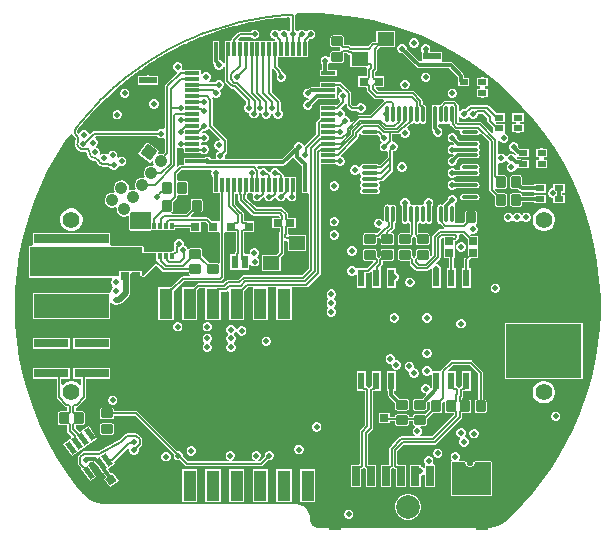
<source format=gtl>
G04*
G04 #@! TF.GenerationSoftware,Altium Limited,Altium Designer,24.4.1 (13)*
G04*
G04 Layer_Physical_Order=1*
G04 Layer_Color=255*
%FSLAX44Y44*%
%MOMM*%
G71*
G04*
G04 #@! TF.SameCoordinates,80C5A69E-986F-416B-A988-7B454DC68AB1*
G04*
G04*
G04 #@! TF.FilePolarity,Positive*
G04*
G01*
G75*
%ADD12C,0.2000*%
%ADD15C,0.1500*%
%ADD18R,0.3048X1.1938*%
%ADD19R,1.1938X0.3048*%
G04:AMPARAMS|DCode=20|XSize=0.95mm|YSize=0.8mm|CornerRadius=0.1mm|HoleSize=0mm|Usage=FLASHONLY|Rotation=180.000|XOffset=0mm|YOffset=0mm|HoleType=Round|Shape=RoundedRectangle|*
%AMROUNDEDRECTD20*
21,1,0.9500,0.6000,0,0,180.0*
21,1,0.7500,0.8000,0,0,180.0*
1,1,0.2000,-0.3750,0.3000*
1,1,0.2000,0.3750,0.3000*
1,1,0.2000,0.3750,-0.3000*
1,1,0.2000,-0.3750,-0.3000*
%
%ADD20ROUNDEDRECTD20*%
G04:AMPARAMS|DCode=21|XSize=0.95mm|YSize=0.8mm|CornerRadius=0.1mm|HoleSize=0mm|Usage=FLASHONLY|Rotation=90.000|XOffset=0mm|YOffset=0mm|HoleType=Round|Shape=RoundedRectangle|*
%AMROUNDEDRECTD21*
21,1,0.9500,0.6000,0,0,90.0*
21,1,0.7500,0.8000,0,0,90.0*
1,1,0.2000,0.3000,0.3750*
1,1,0.2000,0.3000,-0.3750*
1,1,0.2000,-0.3000,-0.3750*
1,1,0.2000,-0.3000,0.3750*
%
%ADD21ROUNDEDRECTD21*%
%ADD22R,0.3500X0.5500*%
%ADD23R,2.4000X1.6200*%
%ADD24R,0.6604X1.7018*%
%ADD25R,2.9200X0.7400*%
%ADD26R,1.4000X1.2000*%
G04:AMPARAMS|DCode=27|XSize=1.1mm|YSize=0.45mm|CornerRadius=0mm|HoleSize=0mm|Usage=FLASHONLY|Rotation=125.000|XOffset=0mm|YOffset=0mm|HoleType=Round|Shape=Rectangle|*
%AMROTATEDRECTD27*
4,1,4,0.4998,-0.3215,0.1312,-0.5796,-0.4998,0.3215,-0.1312,0.5796,0.4998,-0.3215,0.0*
%
%ADD27ROTATEDRECTD27*%

G04:AMPARAMS|DCode=28|XSize=0.7154mm|YSize=0.6725mm|CornerRadius=0mm|HoleSize=0mm|Usage=FLASHONLY|Rotation=215.000|XOffset=0mm|YOffset=0mm|HoleType=Round|Shape=Rectangle|*
%AMROTATEDRECTD28*
4,1,4,0.1001,0.4806,0.4859,-0.0703,-0.1001,-0.4806,-0.4859,0.0703,0.1001,0.4806,0.0*
%
%ADD28ROTATEDRECTD28*%

%ADD29R,0.6725X0.7154*%
%ADD30O,1.4500X0.3000*%
%ADD31O,0.3000X1.4500*%
%ADD32R,0.7154X0.6725*%
%ADD33R,0.5588X1.4732*%
%ADD34R,1.5000X0.5500*%
%ADD35R,0.8000X0.5000*%
%ADD36R,0.5750X1.1400*%
%ADD37R,1.1000X2.6000*%
%ADD38R,1.1000X2.8000*%
%ADD54R,0.9906X2.7940*%
%ADD55C,0.3000*%
%ADD56C,0.5000*%
%ADD57C,2.0000*%
%ADD58C,1.4000*%
%ADD59P,1.4991X4X98.0*%
%ADD60C,1.0600*%
%ADD61C,0.5000*%
%ADD62C,0.7000*%
G36*
X10882Y247833D02*
X25694Y246738D01*
X40413Y244758D01*
X54988Y241901D01*
X69366Y238177D01*
X83495Y233599D01*
X97324Y228184D01*
X110805Y221950D01*
X123889Y214921D01*
X136528Y207123D01*
X148679Y198581D01*
X160296Y189328D01*
X171339Y179396D01*
X181767Y168821D01*
X191544Y157640D01*
X200634Y145896D01*
X209006Y133627D01*
X216628Y120881D01*
X223474Y107700D01*
X229518Y94134D01*
X234740Y80230D01*
X239121Y66038D01*
X242644Y51610D01*
X245298Y36997D01*
X247072Y22251D01*
X247961Y7426D01*
Y-0D01*
X247961Y-6366D01*
X247308Y-19080D01*
X246003Y-31744D01*
X244050Y-44326D01*
X241454Y-56789D01*
X238222Y-69103D01*
X234363Y-81236D01*
X229886Y-93154D01*
X224803Y-104827D01*
X219128Y-116223D01*
X212876Y-127314D01*
X206063Y-138069D01*
X198708Y-148460D01*
X190828Y-158461D01*
X182446Y-168043D01*
X173584Y-177183D01*
X168974Y-181473D01*
X167113Y-182983D01*
X162862Y-185438D01*
X158264Y-187111D01*
X153446Y-187961D01*
X151000Y-187961D01*
X9216D01*
X7678Y-187655D01*
X6229Y-187055D01*
X4925Y-186184D01*
X3816Y-185075D01*
X2945Y-183771D01*
X2345Y-182322D01*
X2039Y-180784D01*
Y-180000D01*
X2029Y-179950D01*
X2037Y-179900D01*
X1988Y-178920D01*
X1952Y-178773D01*
X1952Y-178622D01*
X1569Y-176700D01*
X1492Y-176514D01*
X1453Y-176317D01*
X703Y-174506D01*
X591Y-174339D01*
X514Y-174154D01*
X-575Y-172524D01*
X-717Y-172382D01*
X-829Y-172215D01*
X-2215Y-170829D01*
X-2382Y-170718D01*
X-2524Y-170576D01*
X-4154Y-169487D01*
X-4339Y-169410D01*
X-4506Y-169298D01*
X-6317Y-168548D01*
X-6514Y-168509D01*
X-6700Y-168432D01*
X-8622Y-168050D01*
X-8773Y-168050D01*
X-8920Y-168013D01*
X-9900Y-167966D01*
X-9950Y-167973D01*
X-10000Y-167963D01*
X-169750Y-167961D01*
X-171276Y-167961D01*
X-174312Y-167629D01*
X-177292Y-166968D01*
X-180183Y-165986D01*
X-182950Y-164696D01*
X-185560Y-163112D01*
X-187983Y-161254D01*
X-190188Y-159142D01*
X-191161Y-157982D01*
X-195862Y-152243D01*
X-204624Y-140245D01*
X-212650Y-127748D01*
X-219914Y-114794D01*
X-226389Y-101428D01*
X-232054Y-87698D01*
X-236886Y-73654D01*
X-240869Y-59346D01*
X-243989Y-44825D01*
X-246234Y-30144D01*
X-247596Y-15355D01*
X-248072Y-510D01*
X-247658Y14336D01*
X-246356Y29131D01*
X-244171Y43822D01*
X-241111Y58355D01*
X-237187Y72679D01*
X-232412Y86743D01*
X-226805Y100496D01*
X-220384Y113889D01*
X-213174Y126873D01*
X-205199Y139403D01*
X-200703Y145612D01*
X-199278Y145415D01*
X-199077Y145114D01*
X-198970Y144900D01*
X-196101Y141217D01*
X-196130Y141146D01*
X-196100Y141075D01*
X-196128Y141038D01*
X-196835Y139332D01*
X-197076Y137500D01*
X-196835Y135668D01*
X-196128Y133962D01*
X-195004Y132496D01*
X-193538Y131372D01*
X-191831Y130665D01*
X-190000Y130423D01*
X-188272Y130651D01*
X-188086Y130615D01*
X-187872Y130484D01*
X-187044Y129756D01*
X-186835Y128168D01*
X-186128Y126462D01*
X-185004Y124996D01*
X-183538Y123872D01*
X-181831Y123165D01*
X-180000Y122923D01*
X-179503Y122989D01*
X-179439Y122976D01*
X-179201Y122819D01*
X-179178Y122785D01*
X-178734Y121716D01*
X-178628Y121462D01*
X-177504Y119996D01*
X-176038Y118872D01*
X-174332Y118165D01*
X-173383Y118040D01*
X-173174Y117977D01*
X-167797Y117461D01*
X-167570Y116913D01*
X-166445Y115788D01*
X-164975Y115179D01*
X-163383D01*
X-161913Y115788D01*
X-160788Y116913D01*
X-160311Y118065D01*
X-160138Y118395D01*
X-158909Y118754D01*
X-158296Y118500D01*
X-156704D01*
X-155234Y119109D01*
X-154109Y120234D01*
X-153500Y121704D01*
Y123296D01*
X-154109Y124766D01*
X-155234Y125891D01*
X-156704Y126500D01*
X-158296D01*
X-159766Y125891D01*
X-160101Y125556D01*
X-161178Y126275D01*
X-161000Y126704D01*
Y128296D01*
X-161609Y129766D01*
X-162734Y130891D01*
X-164204Y131500D01*
X-165796D01*
X-167266Y130891D01*
X-168391Y129766D01*
X-168808Y128760D01*
X-170035Y128374D01*
X-170232Y128388D01*
X-170234Y128391D01*
X-171704Y129000D01*
X-173296D01*
X-174766Y128391D01*
X-175101Y128056D01*
X-176178Y128775D01*
X-176000Y129204D01*
Y130796D01*
X-176609Y132266D01*
X-177734Y133391D01*
X-178836Y133848D01*
X-179004Y134227D01*
X-179132Y134958D01*
X-179112Y135232D01*
X-178221Y136123D01*
X-177612Y137593D01*
Y139184D01*
X-178221Y140654D01*
X-179346Y141779D01*
X-179548Y141863D01*
X-179923Y143317D01*
X-179419Y143945D01*
X-127460D01*
X-127391Y143777D01*
X-126266Y142652D01*
X-124796Y142043D01*
X-123204D01*
X-122325Y142407D01*
X-121055Y141671D01*
Y129965D01*
X-122413Y128608D01*
X-124206Y129072D01*
X-126358Y128769D01*
X-127076Y129688D01*
X-127138Y129845D01*
X-125869Y131529D01*
X-135957Y139131D01*
X-143559Y129042D01*
X-133471Y121440D01*
X-132202Y123124D01*
X-132034Y123108D01*
X-130953Y122671D01*
X-130651Y120519D01*
X-130242Y119825D01*
X-131069Y118727D01*
X-131849Y118929D01*
X-134337Y118579D01*
X-136502Y117304D01*
X-138014Y115297D01*
X-138644Y112865D01*
X-138294Y110377D01*
X-137885Y109683D01*
X-138712Y108585D01*
X-139492Y108786D01*
X-141980Y108437D01*
X-144145Y107161D01*
X-145658Y105155D01*
X-146287Y102722D01*
X-145937Y100234D01*
X-145528Y99540D01*
X-146355Y98442D01*
X-147135Y98644D01*
X-149623Y98294D01*
X-150317Y97885D01*
X-151415Y98713D01*
X-151214Y99492D01*
X-151563Y101980D01*
X-152839Y104145D01*
X-154845Y105658D01*
X-157278Y106287D01*
X-159766Y105937D01*
X-161931Y104662D01*
X-163443Y102655D01*
X-164072Y100223D01*
X-163723Y97734D01*
X-163314Y97040D01*
X-164141Y95942D01*
X-164921Y96144D01*
X-167409Y95794D01*
X-169574Y94519D01*
X-171086Y92512D01*
X-171716Y90080D01*
X-171366Y87591D01*
X-170091Y85427D01*
X-168084Y83914D01*
X-165651Y83285D01*
X-163163Y83635D01*
X-162469Y84044D01*
X-161371Y83216D01*
X-161573Y82437D01*
X-161223Y79949D01*
X-159948Y77783D01*
X-157941Y76271D01*
X-155508Y75642D01*
X-153020Y75992D01*
X-152202Y76474D01*
X-151100Y75844D01*
Y65000D01*
X-150778Y64222D01*
X-150000Y63900D01*
X-132766D01*
X-132323Y64084D01*
X-112234D01*
Y65795D01*
X-99378D01*
Y62693D01*
X-90622D01*
Y70823D01*
X-86230D01*
X-84378Y68971D01*
Y62693D01*
X-75622D01*
X-74556Y62201D01*
Y36820D01*
X-74821Y36550D01*
X-75826Y35971D01*
X-76250Y36056D01*
X-82899D01*
X-89194Y42351D01*
Y47000D01*
X-89351Y47787D01*
X-89796Y48453D01*
X-90463Y48899D01*
X-91250Y49056D01*
X-98750D01*
X-99537Y48899D01*
X-100204Y48453D01*
X-100458Y48072D01*
X-100501Y48064D01*
X-101672Y48162D01*
X-101783Y48202D01*
X-102248Y49326D01*
X-103373Y50451D01*
X-104187Y50788D01*
X-105000Y51828D01*
Y53419D01*
X-105609Y54889D01*
X-106734Y56014D01*
X-108204Y56623D01*
X-109796D01*
X-111266Y56014D01*
X-112391Y54889D01*
X-113000Y53419D01*
Y51828D01*
X-112645Y50971D01*
X-112883Y50614D01*
X-113040Y49828D01*
X-113040Y49827D01*
Y48181D01*
X-113266Y46940D01*
X-114053Y46783D01*
X-114719Y46337D01*
X-114719Y46337D01*
X-115141Y45916D01*
X-128048D01*
X-128250Y46000D01*
X-138900D01*
Y50000D01*
X-139222Y50778D01*
X-140000Y51100D01*
X-166680D01*
X-167286Y52370D01*
X-167234Y52434D01*
X-167234D01*
X-167150Y53450D01*
Y60850D01*
X-167234Y61052D01*
Y61866D01*
X-168048D01*
X-168250Y61950D01*
X-184872D01*
X-185355Y62150D01*
X-187345D01*
X-187828Y61950D01*
X-212172D01*
X-212656Y62150D01*
X-214645D01*
X-215128Y61950D01*
X-231750D01*
X-231952Y61866D01*
X-232766D01*
Y61052D01*
X-232850Y60850D01*
Y53450D01*
X-232766Y52434D01*
X-232766D01*
X-232714Y52370D01*
X-233320Y51100D01*
X-235000D01*
X-235778Y50778D01*
X-236100Y50000D01*
Y25000D01*
X-235778Y24222D01*
X-235000Y23900D01*
X-166053D01*
X-165527Y22630D01*
X-165891Y22266D01*
X-166500Y20796D01*
Y19204D01*
X-165891Y17734D01*
X-165230Y17073D01*
X-164907Y16250D01*
X-165230Y15427D01*
X-165891Y14766D01*
X-166500Y13296D01*
Y12032D01*
X-166942Y11450D01*
X-167610Y11066D01*
X-168048D01*
X-168250Y11150D01*
X-184872D01*
X-185355Y11350D01*
X-187345D01*
X-187828Y11150D01*
X-212172D01*
X-212656Y11350D01*
X-214645D01*
X-215128Y11150D01*
X-231750D01*
X-231952Y11066D01*
X-232766D01*
Y10252D01*
X-232850Y10050D01*
Y-10050D01*
X-232766Y-10252D01*
Y-11066D01*
X-231952D01*
X-231750Y-11150D01*
X-215128D01*
X-214645Y-11350D01*
X-212656D01*
X-212172Y-11150D01*
X-187828D01*
X-187345Y-11350D01*
X-185355D01*
X-184872Y-11150D01*
X-168250D01*
X-168048Y-11066D01*
X-167234D01*
Y-10252D01*
X-167150Y-10050D01*
Y2456D01*
X-165943Y2723D01*
X-165880Y2723D01*
X-164766Y1609D01*
X-163296Y1000D01*
X-161704D01*
X-160702Y1415D01*
X-160000D01*
X-158628Y1688D01*
X-157465Y2465D01*
X-151174Y8756D01*
X-150397Y9919D01*
X-150124Y11291D01*
Y24138D01*
X-150193Y24484D01*
Y27105D01*
X-149807Y28279D01*
X-141721D01*
Y26174D01*
X-141638Y25972D01*
Y25754D01*
X-141483Y25599D01*
X-141399Y25397D01*
X-141197Y25313D01*
X-141042Y25158D01*
X-139773Y24632D01*
X-139554D01*
X-139352Y24549D01*
X-139150Y24632D01*
X-138931D01*
X-138776Y24787D01*
X-138574Y24871D01*
X-128676Y34769D01*
X-123454Y29547D01*
X-123453Y29546D01*
X-122787Y29101D01*
X-122000Y28944D01*
X-122000Y28944D01*
X-100806D01*
Y28000D01*
X-100649Y27213D01*
X-100204Y26546D01*
X-99944Y26374D01*
X-100330Y25103D01*
X-105952D01*
X-106739Y24947D01*
X-107406Y24501D01*
X-115891Y16016D01*
X-126516D01*
Y-12016D01*
X-113484D01*
Y12609D01*
X-105101Y20993D01*
X-74217D01*
X-74217Y20993D01*
X-73431Y21149D01*
X-72764Y21595D01*
X-71047Y23312D01*
X-70601Y23979D01*
X-70444Y24765D01*
Y62201D01*
X-69378Y62693D01*
X-62836D01*
X-62638Y62653D01*
X-62638Y62653D01*
X-61063D01*
Y56205D01*
X-61063Y56205D01*
X-61063Y56205D01*
Y45536D01*
X-61203Y45396D01*
X-61649Y44729D01*
X-61751Y44216D01*
X-65516D01*
Y30784D01*
X-57734D01*
Y30784D01*
X-57266D01*
Y30784D01*
X-49484D01*
Y34700D01*
X-48896Y34979D01*
X-48214Y35089D01*
X-47234Y34109D01*
X-45764Y33500D01*
X-44172D01*
X-42702Y34109D01*
X-41577Y35234D01*
X-40968Y36704D01*
Y38296D01*
X-41577Y39766D01*
X-42256Y40444D01*
X-42584Y41219D01*
X-42272Y42087D01*
X-41625Y42734D01*
X-41016Y44204D01*
Y45796D01*
X-41625Y47266D01*
X-42750Y48391D01*
X-44220Y49000D01*
X-45812D01*
X-47282Y48391D01*
X-48407Y47266D01*
X-49016Y45796D01*
Y45292D01*
X-49484Y44216D01*
X-50286Y44216D01*
X-53249D01*
X-53351Y44729D01*
X-53797Y45396D01*
X-53797Y45396D01*
X-53937Y45536D01*
Y54955D01*
X-53937Y54956D01*
Y62653D01*
X-52362D01*
X-52362Y62653D01*
X-52164Y62693D01*
X-45622D01*
Y71878D01*
X-52164D01*
X-52362Y71918D01*
X-52362Y71918D01*
X-53937D01*
Y77992D01*
X-54093Y78779D01*
X-54538Y79445D01*
X-54539Y79446D01*
X-56305Y81212D01*
X-56305Y81212D01*
X-61437Y86343D01*
Y93988D01*
X-61125Y94454D01*
X-61065Y94756D01*
X-60000Y95286D01*
X-58935Y94756D01*
X-58875Y94454D01*
X-58563Y93988D01*
Y89743D01*
X-58563Y89743D01*
X-58407Y88956D01*
X-57962Y88289D01*
X-51086Y81414D01*
X-46767Y77095D01*
X-46767Y77095D01*
X-46100Y76649D01*
X-45314Y76493D01*
X-45314Y76493D01*
X-24561D01*
X-23721Y75576D01*
X-23939Y74378D01*
X-29807D01*
Y65622D01*
X-23563D01*
Y63289D01*
X-23883Y62811D01*
X-24039Y62024D01*
X-24039Y62024D01*
Y57283D01*
X-24039Y57283D01*
X-23985Y57007D01*
Y45422D01*
X-25891Y43516D01*
X-39016D01*
Y29484D01*
X-22984D01*
Y40609D01*
X-20476Y43117D01*
X-20030Y43784D01*
X-19873Y44571D01*
X-19874Y44571D01*
Y54796D01*
X-19223Y55291D01*
X-18604Y55475D01*
X-18583Y55461D01*
X-17796Y55305D01*
X-17016Y54415D01*
Y46484D01*
X-984D01*
Y60516D01*
X-15288D01*
X-16437Y61251D01*
X-16437Y61251D01*
Y65622D01*
X-10193D01*
Y74378D01*
X-16437D01*
Y77611D01*
X-16437Y77612D01*
X-16593Y78398D01*
X-17039Y79065D01*
X-17039Y79065D01*
X-20991Y83018D01*
X-21658Y83464D01*
X-22445Y83620D01*
X-22445Y83620D01*
X-43213D01*
X-45163Y85570D01*
X-45163Y85570D01*
X-51437Y91843D01*
Y93988D01*
X-51125Y94454D01*
X-50968Y95240D01*
X-49741Y95515D01*
X-46801D01*
X-46107Y94245D01*
X-46500Y93296D01*
Y91704D01*
X-45891Y90234D01*
X-44766Y89109D01*
X-43296Y88500D01*
X-41704D01*
X-40234Y89109D01*
X-39109Y90234D01*
X-38726Y91159D01*
X-38646Y91175D01*
X-37980Y91621D01*
X-37673Y91927D01*
X-36383Y91421D01*
X-35891Y90234D01*
X-34766Y89109D01*
X-33296Y88500D01*
X-31704D01*
X-30234Y89109D01*
X-29109Y90234D01*
X-28726Y91158D01*
X-28639Y91175D01*
X-27973Y91621D01*
X-27770Y91823D01*
X-27316Y91781D01*
X-26381Y91416D01*
X-25891Y90234D01*
X-24766Y89109D01*
X-23296Y88500D01*
X-21704D01*
X-20234Y89109D01*
X-19109Y90234D01*
X-18758Y91082D01*
X-17383D01*
X-17032Y90234D01*
X-15907Y89109D01*
X-14437Y88500D01*
X-12845D01*
X-11375Y89109D01*
X-10250Y90234D01*
X-9641Y91704D01*
Y93296D01*
X-10034Y94245D01*
X-9960Y95515D01*
X-9960Y95515D01*
X-9960Y95515D01*
Y109485D01*
X-20445D01*
Y110500D01*
X-20601Y111287D01*
X-21047Y111953D01*
X-21047Y111953D01*
X-22657Y113564D01*
X-23324Y114010D01*
X-23838Y114112D01*
X-24109Y114766D01*
X-25234Y115891D01*
X-26704Y116500D01*
X-28296D01*
X-29766Y115891D01*
X-30891Y114766D01*
X-31381Y113584D01*
X-32316Y113219D01*
X-32770Y113177D01*
X-32973Y113379D01*
X-33639Y113825D01*
X-33726Y113842D01*
X-34109Y114766D01*
X-35234Y115891D01*
X-36704Y116500D01*
X-38296D01*
X-39766Y115891D01*
X-40451Y115962D01*
X-41238Y116215D01*
X-42783Y117761D01*
X-42297Y118935D01*
X-21000D01*
X-20018Y119130D01*
X-19186Y119686D01*
X-12779Y126093D01*
X-11401Y125675D01*
X-11370Y125518D01*
X-10814Y124686D01*
X-5065Y118938D01*
Y102500D01*
X-5040Y102373D01*
Y95515D01*
X40D01*
X944Y94633D01*
Y31382D01*
X-4398Y26040D01*
X-54046D01*
X-54047Y26040D01*
X-54833Y25883D01*
X-55500Y25438D01*
X-58850Y22088D01*
X-67584D01*
X-67584Y22088D01*
X-68371Y21931D01*
X-69038Y21486D01*
X-69038Y21485D01*
X-71452Y19072D01*
X-92484D01*
X-93271Y18915D01*
X-93938Y18470D01*
X-93938Y18469D01*
X-96391Y16016D01*
X-106516D01*
Y-12016D01*
X-93484D01*
Y13109D01*
X-91633Y14961D01*
X-86516D01*
Y-12016D01*
X-73484D01*
Y11945D01*
X-69351D01*
X-69351Y11945D01*
X-68565Y12101D01*
X-67898Y12546D01*
X-67689Y12755D01*
X-66516Y12269D01*
Y-12016D01*
X-53484D01*
Y13109D01*
X-50697Y15897D01*
X-46516D01*
Y-12016D01*
X-33484D01*
Y15897D01*
X-26516D01*
Y-12016D01*
X-13484D01*
Y15897D01*
X-1048D01*
X-1048Y15897D01*
X-261Y16053D01*
X406Y16499D01*
X10485Y26579D01*
X10486Y26579D01*
X10931Y27245D01*
X11087Y28032D01*
Y119960D01*
X24383D01*
X25234Y119109D01*
X26704Y118500D01*
X28296D01*
X29766Y119109D01*
X30891Y120234D01*
X31500Y121704D01*
Y123296D01*
X30891Y124766D01*
X29766Y125891D01*
X28505Y126413D01*
X27970Y127673D01*
X42571Y142275D01*
X42962Y142859D01*
X43099Y143548D01*
Y145235D01*
X43779Y145797D01*
X45186Y145686D01*
X46018Y145130D01*
X47000Y144935D01*
X58500D01*
X59466Y145127D01*
X61087Y143506D01*
X61000Y143296D01*
Y141704D01*
X61609Y140234D01*
X62270Y139573D01*
X62593Y138750D01*
X62270Y137927D01*
X61609Y137266D01*
X61000Y135796D01*
Y134204D01*
X61609Y132734D01*
X62734Y131609D01*
X64204Y131000D01*
X65796D01*
X66674Y131364D01*
X67935Y130634D01*
X67944Y130620D01*
Y125851D01*
X61649Y119556D01*
X59952D01*
X59482Y119870D01*
X58500Y120065D01*
X47000D01*
X46018Y119870D01*
X45186Y119314D01*
X44630Y118482D01*
X44493Y117792D01*
X44076Y117580D01*
X43524Y117429D01*
X43219Y117405D01*
X42266Y118359D01*
X40796Y118968D01*
X39204D01*
X37734Y118359D01*
X36609Y117234D01*
X36000Y115764D01*
Y114172D01*
X36609Y112702D01*
X37734Y111577D01*
X39204Y110968D01*
X40796D01*
X42266Y111577D01*
X43230Y112541D01*
X43354Y112537D01*
X44080Y112364D01*
X44503Y112155D01*
X44630Y111518D01*
X45186Y110686D01*
Y109314D01*
X44630Y108482D01*
X44435Y107500D01*
X44630Y106518D01*
X45186Y105686D01*
Y104314D01*
X44630Y103482D01*
X44435Y102500D01*
X44630Y101518D01*
X45186Y100686D01*
Y99314D01*
X44630Y98482D01*
X44435Y97500D01*
X44630Y96518D01*
X45186Y95686D01*
X46018Y95130D01*
X47000Y94935D01*
X58500D01*
X59482Y95130D01*
X60314Y95686D01*
X60870Y96518D01*
X61065Y97500D01*
X60870Y98482D01*
X60314Y99314D01*
Y100686D01*
X60870Y101518D01*
X61065Y102500D01*
X60870Y103482D01*
X60407Y104174D01*
X60567Y104795D01*
X60908Y105444D01*
X62500D01*
X62500Y105444D01*
X63287Y105601D01*
X63953Y106046D01*
X71453Y113546D01*
X71453Y113546D01*
X71899Y114213D01*
X72056Y115000D01*
Y120000D01*
X72056Y120000D01*
X72056Y120000D01*
Y125000D01*
X72056Y125000D01*
X72056Y125000D01*
Y130837D01*
X72219Y131000D01*
X73296D01*
X74766Y131609D01*
X75891Y132734D01*
X76500Y134204D01*
Y135796D01*
X75891Y137266D01*
X74766Y138391D01*
X73296Y139000D01*
X72867D01*
X71801Y140000D01*
Y145449D01*
X75250D01*
X75348Y145469D01*
X76552D01*
X77241Y145606D01*
X77264Y145622D01*
X77421Y145632D01*
X78624Y145232D01*
X78743Y145118D01*
X79109Y144234D01*
X80234Y143109D01*
X81704Y142500D01*
X83296D01*
X84766Y143109D01*
X85891Y144234D01*
X86500Y145704D01*
Y147296D01*
X85891Y148766D01*
X84766Y149891D01*
X84613Y149954D01*
X84365Y151200D01*
X87166Y154001D01*
X87500Y153935D01*
X88482Y154130D01*
X89314Y154686D01*
X90686D01*
X91518Y154130D01*
X92500Y153935D01*
X93482Y154130D01*
X94314Y154686D01*
X95686D01*
X96518Y154130D01*
X97500Y153935D01*
X98482Y154130D01*
X99314Y154686D01*
X99870Y155518D01*
X100065Y156500D01*
Y168000D01*
X99870Y168982D01*
X99314Y169814D01*
X98482Y170370D01*
X98264Y170413D01*
X97380Y171297D01*
Y173941D01*
X97380Y173941D01*
X97224Y174727D01*
X96778Y175394D01*
X96778Y175394D01*
X90703Y181469D01*
X90036Y181915D01*
X89249Y182071D01*
X89249Y182071D01*
X59868D01*
X57627Y184312D01*
X57765Y185091D01*
X58000Y185612D01*
X58051Y185622D01*
X64807D01*
Y194378D01*
X58051D01*
X57852Y194418D01*
X57313Y195469D01*
Y197899D01*
X58437Y199023D01*
X58883Y199690D01*
X59040Y200476D01*
X59040Y200476D01*
Y205217D01*
X59040Y205217D01*
X58984Y205494D01*
Y217078D01*
X60891Y218984D01*
X74016D01*
Y233016D01*
X57984D01*
Y223477D01*
X55272D01*
X55272Y223477D01*
X54486Y223320D01*
X53819Y222875D01*
X53819Y222875D01*
X50984Y220040D01*
X37016D01*
X36594Y220461D01*
X35928Y220907D01*
X35141Y221063D01*
X35141Y221063D01*
X30805D01*
Y227000D01*
X30649Y227787D01*
X30203Y228453D01*
X29537Y228899D01*
X28750Y229056D01*
X21250D01*
X20463Y228899D01*
X19797Y228453D01*
X19351Y227787D01*
X19195Y227000D01*
Y221000D01*
X19351Y220213D01*
X19797Y219547D01*
X20463Y219101D01*
X21250Y218944D01*
X27151D01*
X27297Y218726D01*
X27647Y218375D01*
Y217120D01*
X26613Y216056D01*
X21250D01*
X20463Y215899D01*
X19797Y215453D01*
X19351Y214787D01*
X19195Y214000D01*
Y210973D01*
X17924Y210447D01*
X17266Y211105D01*
X15796Y211714D01*
X14204D01*
X12734Y211105D01*
X11609Y209980D01*
X11000Y208510D01*
Y206919D01*
X11609Y205449D01*
X12435Y204623D01*
Y200040D01*
X10515D01*
Y194960D01*
X14897D01*
X15024Y194935D01*
X17500D01*
X17627Y194960D01*
X24485D01*
Y200040D01*
X17627D01*
X17565Y200052D01*
Y204623D01*
X18391Y205449D01*
X18625Y206014D01*
X18946Y206160D01*
X20129Y206325D01*
X20463Y206101D01*
X21250Y205944D01*
X28750D01*
X29537Y206101D01*
X30203Y206546D01*
X30649Y207213D01*
X30805Y208000D01*
Y213937D01*
X33040D01*
X33462Y213515D01*
X33462Y213514D01*
X34129Y213069D01*
X34916Y212913D01*
X35984Y212268D01*
Y201984D01*
X49616D01*
X50330Y200807D01*
X50329Y200714D01*
X50187Y199999D01*
X50187Y199999D01*
Y195469D01*
X49648Y194418D01*
X49449Y194378D01*
X42693D01*
Y185622D01*
X49449D01*
X49648Y185582D01*
X50187Y184531D01*
Y182526D01*
X50187Y182525D01*
X50343Y181739D01*
X50788Y181072D01*
X56314Y175547D01*
X56981Y175101D01*
X57767Y174944D01*
X57768Y174944D01*
X64194D01*
X64582Y174091D01*
X64628Y173675D01*
X52504Y161551D01*
X43561D01*
X42872Y161413D01*
X42287Y161023D01*
X37173Y155909D01*
X36968Y155961D01*
X36000Y156532D01*
Y157796D01*
X35391Y159266D01*
X34266Y160391D01*
X32796Y161000D01*
X31971D01*
X31500Y161704D01*
Y163296D01*
X30891Y164766D01*
X29766Y165891D01*
X28584Y166381D01*
X28080Y167673D01*
X31453Y171047D01*
X31453Y171047D01*
X31674Y171377D01*
X32945Y170992D01*
Y170000D01*
X32945Y170000D01*
X33101Y169213D01*
X33547Y168547D01*
X36047Y166047D01*
X36713Y165601D01*
X37500Y165445D01*
X37500Y165445D01*
X41522D01*
X41609Y165234D01*
X42734Y164109D01*
X44204Y163500D01*
X45796D01*
X47266Y164109D01*
X48391Y165234D01*
X49000Y166704D01*
Y168296D01*
X48391Y169766D01*
X47266Y170891D01*
X45796Y171500D01*
X44204D01*
X42734Y170891D01*
X41609Y169766D01*
X41522Y169555D01*
X38351D01*
X37055Y170851D01*
Y180000D01*
X36899Y180787D01*
X36453Y181453D01*
X36453Y181453D01*
X28953Y188953D01*
X28287Y189399D01*
X27500Y189555D01*
X27500Y189555D01*
X24485D01*
Y190040D01*
X10515D01*
Y185065D01*
X2757D01*
X1776Y184870D01*
X943Y184314D01*
X630Y184000D01*
X-796D01*
X-2266Y183391D01*
X-3391Y182266D01*
X-4000Y180796D01*
Y179204D01*
X-3391Y177734D01*
X-2266Y176609D01*
X-796Y176000D01*
X576D01*
X1004Y175393D01*
X1158Y174944D01*
X364Y174000D01*
X-796D01*
X-2266Y173391D01*
X-3391Y172266D01*
X-4000Y170796D01*
Y169204D01*
X-3391Y167734D01*
X-2266Y166609D01*
X-796Y166000D01*
X796D01*
X2266Y166609D01*
X3391Y167734D01*
X4000Y169204D01*
Y170372D01*
X8563Y174935D01*
X17500D01*
X17627Y174960D01*
X24485D01*
Y185445D01*
X26649D01*
X29420Y182673D01*
X28916Y181381D01*
X27734Y180891D01*
X26609Y179766D01*
X26000Y178296D01*
Y176704D01*
X26609Y175234D01*
X27433Y174410D01*
X27509Y173126D01*
X27447Y172854D01*
X25389Y170796D01*
X24485Y170040D01*
Y170040D01*
X24485Y170040D01*
X10515D01*
Y158934D01*
X10220Y158875D01*
X9553Y158429D01*
X8062Y156938D01*
X7616Y156271D01*
X7459Y155484D01*
X7459Y155484D01*
Y145632D01*
X-2273Y135899D01*
X-2451Y135884D01*
X-3697Y136271D01*
X-4109Y137266D01*
X-5234Y138391D01*
X-6704Y139000D01*
X-8296D01*
X-9766Y138391D01*
X-10891Y137266D01*
X-11500Y135796D01*
Y134628D01*
X-22063Y124065D01*
X-69619D01*
X-70360Y125335D01*
X-70000Y126204D01*
Y127796D01*
X-70087Y128006D01*
X-68547Y129546D01*
X-68547Y129546D01*
X-68101Y130213D01*
X-67944Y131000D01*
Y140000D01*
X-68101Y140787D01*
X-68547Y141454D01*
X-68547Y141454D01*
X-80396Y153303D01*
Y174631D01*
X-80552Y175418D01*
X-80918Y175965D01*
X-79931Y176775D01*
X-79766Y176609D01*
X-78296Y176000D01*
X-76704D01*
X-75234Y176609D01*
X-74109Y177734D01*
X-73500Y179204D01*
Y180796D01*
X-74109Y182266D01*
X-74112Y182268D01*
X-74126Y182465D01*
X-73740Y183692D01*
X-72734Y184109D01*
X-71609Y185234D01*
X-71000Y186704D01*
Y188296D01*
X-71609Y189766D01*
X-72734Y190891D01*
X-74204Y191500D01*
X-75796D01*
X-77266Y190891D01*
X-78391Y189766D01*
X-78478Y189555D01*
X-83128D01*
X-83271Y189804D01*
X-83518Y190826D01*
X-82609Y191734D01*
X-82000Y193204D01*
Y194796D01*
X-82609Y196266D01*
X-83734Y197391D01*
X-85204Y198000D01*
X-86796D01*
X-88266Y197391D01*
X-89245Y196412D01*
X-89932Y196524D01*
X-90515Y196801D01*
Y200040D01*
X-104485D01*
Y199859D01*
X-105755Y199774D01*
X-106364Y200826D01*
X-106000Y201704D01*
Y203296D01*
X-106609Y204766D01*
X-107734Y205891D01*
X-109204Y206500D01*
X-110796D01*
X-112266Y205891D01*
X-113391Y204766D01*
X-114000Y203296D01*
Y201704D01*
X-113391Y200234D01*
X-112266Y199109D01*
X-111084Y198619D01*
X-110580Y197327D01*
X-120454Y187453D01*
X-120899Y186787D01*
X-121055Y186000D01*
X-121055Y186000D01*
Y150415D01*
X-122325Y149679D01*
X-123204Y150043D01*
X-124796D01*
X-126266Y149434D01*
X-127391Y148309D01*
X-127496Y148055D01*
X-181072D01*
X-181859Y147899D01*
X-182526Y147453D01*
X-182526Y147453D01*
X-184183Y145796D01*
X-185602Y146173D01*
X-185966Y147052D01*
X-187091Y148178D01*
X-188561Y148786D01*
X-190152D01*
X-191622Y148178D01*
X-192748Y147052D01*
X-193122Y146149D01*
X-194530Y145890D01*
X-195639Y147314D01*
X-195610Y147385D01*
X-195641Y147460D01*
X-194099Y149591D01*
X-185601Y159959D01*
X-184729Y160871D01*
X-184725Y160880D01*
X-183939Y161868D01*
X-176560Y169845D01*
X-175679Y170797D01*
X-175064Y171367D01*
X-174767Y171638D01*
X-174764Y171644D01*
X-174766Y171770D01*
X-174011Y172500D01*
X-169887Y176455D01*
X-164317Y181797D01*
X-164188Y181790D01*
X-164179Y181794D01*
X-163285Y182682D01*
X-153142Y191306D01*
X-153016Y191292D01*
X-153015Y191292D01*
X-153008Y191295D01*
X-153008Y191295D01*
X-152060Y192126D01*
X-142357Y199422D01*
X-141295Y200108D01*
X-141287Y200111D01*
X-140287Y200884D01*
X-133374Y205461D01*
X-133374Y205461D01*
X-130167Y207584D01*
X-129067Y208206D01*
X-129060Y208209D01*
X-128016Y208918D01*
X-117512Y215001D01*
X-116377Y215557D01*
X-116369Y215561D01*
X-115282Y216205D01*
X-104435Y221648D01*
X-103261Y222139D01*
X-102137Y222717D01*
X-94191Y226125D01*
X-90985Y227500D01*
X-89791Y227917D01*
X-89783Y227921D01*
X-88625Y228430D01*
X-78402Y232108D01*
X-77207Y232538D01*
X-75990Y232882D01*
X-75990Y232882D01*
X-75789Y232957D01*
X-74796Y233324D01*
X-62023Y237073D01*
X-61917Y237011D01*
X-61893Y237019D01*
X-60694Y237383D01*
X-48828Y240106D01*
X-47625Y240291D01*
X-47623Y240289D01*
X-47614Y240293D01*
X-46384Y240589D01*
X-34415Y242591D01*
X-33157Y242706D01*
X-33133Y242711D01*
X-31930Y242931D01*
X-25787Y243583D01*
X-19834Y244216D01*
X-18573Y244253D01*
X-18573Y244253D01*
X-17858Y244342D01*
X-17311Y244407D01*
X-15454Y244493D01*
X-14535Y243616D01*
Y233486D01*
X-14766Y233391D01*
X-15422Y232735D01*
X-16260Y232415D01*
X-17069Y232741D01*
X-17734Y233407D01*
X-19204Y234016D01*
X-20796D01*
X-22266Y233407D01*
X-22931Y232742D01*
X-23740Y232415D01*
X-24578Y232735D01*
X-25234Y233391D01*
X-26704Y234000D01*
X-28296D01*
X-29766Y233391D01*
X-30891Y232266D01*
X-31500Y230796D01*
Y229204D01*
X-30891Y227734D01*
X-29766Y226609D01*
X-28296Y226000D01*
X-27435D01*
X-27259Y225755D01*
X-27909Y224485D01*
X-58449D01*
X-58935Y225658D01*
X-56633Y227960D01*
X-48478D01*
X-48391Y227750D01*
X-47266Y226625D01*
X-45796Y226016D01*
X-44204D01*
X-42734Y226625D01*
X-41609Y227750D01*
X-41000Y229220D01*
Y230812D01*
X-41609Y232282D01*
X-42734Y233407D01*
X-44204Y234016D01*
X-45796D01*
X-47266Y233407D01*
X-48391Y232282D01*
X-48478Y232071D01*
X-57484D01*
X-57484Y232071D01*
X-58271Y231915D01*
X-58938Y231469D01*
X-58938Y231469D01*
X-63836Y226571D01*
X-64281Y225904D01*
X-64438Y225118D01*
X-65426Y224485D01*
X-70040D01*
Y217142D01*
X-70072Y216984D01*
X-70072Y216984D01*
Y206010D01*
X-71342Y205758D01*
X-71609Y206403D01*
X-72734Y207529D01*
X-74204Y208138D01*
X-74935D01*
Y217500D01*
X-74960Y217627D01*
Y224485D01*
X-80040D01*
Y217627D01*
X-80065Y217500D01*
Y207031D01*
X-79870Y206049D01*
X-79314Y205217D01*
X-79000Y204903D01*
Y203342D01*
X-78391Y201872D01*
X-77266Y200747D01*
X-75796Y200138D01*
X-74204D01*
X-72734Y200747D01*
X-71609Y201872D01*
X-71342Y202518D01*
X-70072Y202265D01*
Y190680D01*
X-70072Y190680D01*
X-69915Y189893D01*
X-69469Y189226D01*
X-67122Y186879D01*
X-67122Y186878D01*
X-67122Y186878D01*
X-64774Y184531D01*
X-64774Y184531D01*
X-64107Y184085D01*
X-63320Y183929D01*
X-62131D01*
X-52056Y173853D01*
Y170978D01*
X-52266Y170891D01*
X-53391Y169766D01*
X-54000Y168296D01*
Y166704D01*
X-53391Y165234D01*
X-52266Y164109D01*
X-50796Y163500D01*
X-49262D01*
Y161967D01*
X-48653Y160496D01*
X-47528Y159371D01*
X-46058Y158762D01*
X-44467D01*
X-42997Y159371D01*
X-41871Y160496D01*
X-41262Y161967D01*
Y162327D01*
X-40796Y163500D01*
X-40173D01*
X-39174Y163326D01*
X-39000Y162327D01*
Y161704D01*
X-38391Y160234D01*
X-37266Y159109D01*
X-35796Y158500D01*
X-34204D01*
X-32734Y159109D01*
X-31609Y160234D01*
X-31000Y161704D01*
Y162327D01*
X-29597Y162978D01*
X-29061Y162676D01*
X-29000Y162327D01*
Y161704D01*
X-28391Y160234D01*
X-27266Y159109D01*
X-25796Y158500D01*
X-24204D01*
X-22734Y159109D01*
X-21609Y160234D01*
X-21000Y161704D01*
Y163296D01*
X-21609Y164766D01*
X-22734Y165891D01*
X-22945Y165978D01*
Y172500D01*
X-22945Y172500D01*
X-23101Y173287D01*
X-23547Y173953D01*
X-30445Y180851D01*
Y200992D01*
X-29174Y201377D01*
X-28953Y201047D01*
X-27315Y199408D01*
X-26540Y198525D01*
X-26517Y198470D01*
X-26415Y198449D01*
X-25540Y196280D01*
X-25726Y196094D01*
X-26335Y194624D01*
Y193033D01*
X-25726Y191563D01*
X-24601Y190438D01*
X-23131Y189829D01*
X-21539D01*
X-20069Y190438D01*
X-18944Y191563D01*
X-18335Y193033D01*
Y194624D01*
X-18944Y196094D01*
X-20069Y197220D01*
X-21539Y197829D01*
X-21732D01*
X-22646Y200096D01*
X-22617Y200107D01*
X-22624Y200146D01*
X-23274Y201118D01*
X-23276Y201122D01*
X-23276Y201122D01*
X-23509Y201469D01*
X-23544Y201451D01*
X-25445Y203351D01*
Y210515D01*
X40D01*
Y224485D01*
X40Y224485D01*
X40D01*
X801Y225394D01*
X1494Y226087D01*
X1704Y226000D01*
X3296D01*
X4766Y226609D01*
X5891Y227734D01*
X6500Y229204D01*
Y230796D01*
X5891Y232266D01*
X4766Y233391D01*
X3296Y234000D01*
X1704D01*
X234Y233391D01*
X-427Y232730D01*
X-1250Y232407D01*
X-2073Y232730D01*
X-2734Y233391D01*
X-4204Y234000D01*
X-5796D01*
X-7266Y233391D01*
X-7927Y232730D01*
X-8750Y232407D01*
X-9573Y232730D01*
X-10234Y233391D01*
X-10424Y233470D01*
Y246687D01*
X-10190Y247049D01*
X-9697Y247606D01*
X-9384Y247791D01*
X-9379Y247792D01*
X-3968Y248040D01*
X10882Y247833D01*
D02*
G37*
G36*
X-74158Y141251D02*
X-74703Y140000D01*
X-75796D01*
X-77266Y139391D01*
X-78391Y138266D01*
X-79000Y136796D01*
Y135204D01*
X-78391Y133734D01*
X-77266Y132609D01*
X-75796Y132000D01*
X-75700D01*
X-75447Y130730D01*
X-76266Y130391D01*
X-77391Y129266D01*
X-78000Y127796D01*
Y126204D01*
X-77640Y125335D01*
X-78382Y124065D01*
X-81319D01*
X-81609Y124766D01*
X-82734Y125891D01*
X-84204Y126500D01*
X-85796D01*
X-87266Y125891D01*
X-88091Y125065D01*
X-97500D01*
X-97627Y125040D01*
X-104485D01*
Y119960D01*
X-105587Y119556D01*
X-107500D01*
X-107500Y119556D01*
X-108287Y119399D01*
X-108954Y118954D01*
X-109802Y118105D01*
X-110972Y118731D01*
X-110913Y119032D01*
X-110913Y119032D01*
Y133460D01*
X-110239Y133841D01*
X-109642Y134058D01*
X-108296Y133500D01*
X-106704D01*
X-105755Y133893D01*
X-104485Y133199D01*
Y129960D01*
X-90617D01*
X-89766Y129109D01*
X-88296Y128500D01*
X-86704D01*
X-85234Y129109D01*
X-84109Y130234D01*
X-83500Y131704D01*
Y133296D01*
X-84109Y134766D01*
X-85234Y135891D01*
X-86704Y136500D01*
X-88296D01*
X-89245Y136107D01*
X-90515Y136801D01*
Y138199D01*
X-89245Y138893D01*
X-88296Y138500D01*
X-86704D01*
X-85234Y139109D01*
X-84109Y140234D01*
X-83500Y141704D01*
Y143296D01*
X-84109Y144766D01*
X-85234Y145891D01*
X-86704Y146500D01*
X-88296D01*
X-88564Y146389D01*
X-89284Y147465D01*
X-88249Y148500D01*
X-86704D01*
X-85234Y149109D01*
X-84109Y150234D01*
X-83302Y150395D01*
X-74158Y141251D01*
D02*
G37*
G36*
X-81136Y114174D02*
X-81500Y113296D01*
Y111704D01*
X-80891Y110234D01*
X-80065Y109409D01*
Y102500D01*
X-80040Y102373D01*
Y95515D01*
X-74556D01*
Y72371D01*
X-75622Y71878D01*
X-81471D01*
X-83925Y74332D01*
X-84592Y74777D01*
X-85378Y74934D01*
X-85379Y74934D01*
X-98703D01*
X-99189Y76107D01*
X-96102Y79194D01*
X-91000D01*
X-90213Y79351D01*
X-89547Y79797D01*
X-89101Y80463D01*
X-88945Y81250D01*
Y88750D01*
X-89101Y89537D01*
X-89547Y90204D01*
X-90213Y90649D01*
X-91000Y90806D01*
X-97000D01*
X-97787Y90649D01*
X-98454Y90204D01*
X-98899Y89537D01*
X-99056Y88750D01*
Y82055D01*
X-103055Y78056D01*
X-115216D01*
X-115342Y79325D01*
X-115213Y79351D01*
X-114547Y79797D01*
X-114101Y80463D01*
X-113945Y81250D01*
Y87899D01*
X-111047Y90796D01*
X-111046Y90796D01*
X-110601Y91463D01*
X-110444Y92250D01*
X-110444Y92250D01*
Y93379D01*
X-109174Y94229D01*
X-109000Y94194D01*
X-103000D01*
X-102213Y94351D01*
X-101547Y94796D01*
X-101101Y95463D01*
X-100944Y96250D01*
Y103750D01*
X-101101Y104537D01*
X-101547Y105204D01*
X-102213Y105649D01*
X-103000Y105806D01*
X-109000D01*
X-109174Y105771D01*
X-110444Y106621D01*
Y111649D01*
X-106649Y115444D01*
X-81872D01*
X-81136Y114174D01*
D02*
G37*
G36*
X-132500Y71616D02*
X-132766D01*
Y65000D01*
X-150000D01*
Y78402D01*
X-149343Y79274D01*
X-149155Y80000D01*
X-132500D01*
Y71616D01*
D02*
G37*
G36*
X-168250Y53450D02*
X-231750D01*
Y60850D01*
X-168250D01*
Y53450D01*
D02*
G37*
G36*
X-140000Y45000D02*
X-139900Y44900D01*
X-128250D01*
Y36750D01*
X-139352Y25648D01*
X-140622Y26174D01*
Y29378D01*
X-149807D01*
Y29378D01*
X-150193D01*
Y29378D01*
X-159378D01*
Y25000D01*
X-235000D01*
Y50000D01*
X-140000D01*
Y45000D01*
D02*
G37*
G36*
X-168250Y-10050D02*
X-231750D01*
Y10050D01*
X-168250D01*
Y-10050D01*
D02*
G37*
%LPC*%
G36*
X90796Y226500D02*
X89204D01*
X87734Y225891D01*
X86609Y224766D01*
X86000Y223296D01*
Y221704D01*
X86609Y220234D01*
X87734Y219109D01*
X89204Y218500D01*
X90796D01*
X92266Y219109D01*
X93391Y220234D01*
X94000Y221704D01*
Y223296D01*
X93391Y224766D01*
X92266Y225891D01*
X90796Y226500D01*
D02*
G37*
G36*
X100796Y197500D02*
X99204D01*
X97734Y196891D01*
X96609Y195766D01*
X96000Y194296D01*
Y192704D01*
X96609Y191234D01*
X97734Y190109D01*
X99204Y189500D01*
X100796D01*
X102266Y190109D01*
X103391Y191234D01*
X104000Y192704D01*
Y194296D01*
X103391Y195766D01*
X102266Y196891D01*
X100796Y197500D01*
D02*
G37*
G36*
X-134204Y195250D02*
X-135796D01*
X-136361Y195016D01*
X-143516D01*
Y187484D01*
X-136361D01*
X-135796Y187250D01*
X-134204D01*
X-133639Y187484D01*
X-126484D01*
Y195016D01*
X-133639D01*
X-134204Y195250D01*
D02*
G37*
G36*
X80796Y222000D02*
X79204D01*
X77734Y221391D01*
X76609Y220266D01*
X76000Y218796D01*
Y217204D01*
X76609Y215734D01*
X77734Y214609D01*
X79204Y214000D01*
X80372D01*
X92186Y202186D01*
X93018Y201630D01*
X94000Y201435D01*
X119937D01*
X127086Y194286D01*
X126984Y193016D01*
X126984D01*
Y185984D01*
X137016D01*
Y193016D01*
X132565D01*
Y195000D01*
X132370Y195982D01*
X131814Y196814D01*
X122814Y205814D01*
X121982Y206370D01*
X121000Y206565D01*
X114364D01*
X113516Y207484D01*
X113516Y207835D01*
Y215016D01*
X104675D01*
X103827Y216286D01*
X104000Y216704D01*
Y218296D01*
X103391Y219766D01*
X102266Y220891D01*
X100796Y221500D01*
X99204D01*
X97734Y220891D01*
X96609Y219766D01*
X96000Y218296D01*
Y216704D01*
X96188Y216250D01*
X96484Y215016D01*
X96484D01*
X96484Y215016D01*
Y207835D01*
X96484Y207484D01*
X96117Y207086D01*
X94568Y207060D01*
X84000Y217628D01*
Y218796D01*
X83391Y220266D01*
X82266Y221391D01*
X80796Y222000D01*
D02*
G37*
G36*
X83296Y191500D02*
X81704D01*
X80234Y190891D01*
X79109Y189766D01*
X78500Y188296D01*
Y186704D01*
X79109Y185234D01*
X80234Y184109D01*
X81704Y183500D01*
X83296D01*
X84766Y184109D01*
X85891Y185234D01*
X86500Y186704D01*
Y188296D01*
X85891Y189766D01*
X84766Y190891D01*
X83296Y191500D01*
D02*
G37*
G36*
X148796Y193500D02*
X147204D01*
X146036Y193016D01*
X142984D01*
Y185984D01*
X146036D01*
X146057Y185975D01*
X146247Y184522D01*
X145645Y184016D01*
X142984D01*
Y176984D01*
X146036D01*
X147204Y176500D01*
X148796D01*
X149964Y176984D01*
X153016D01*
Y184016D01*
X149964D01*
X149943Y184025D01*
X149753Y185478D01*
X150356Y185984D01*
X153016D01*
Y193016D01*
X149964D01*
X148796Y193500D01*
D02*
G37*
G36*
X123296Y184000D02*
X121704D01*
X120234Y183391D01*
X119109Y182266D01*
X118500Y180796D01*
Y179204D01*
X119109Y177734D01*
X120234Y176609D01*
X121704Y176000D01*
X123296D01*
X124766Y176609D01*
X125891Y177734D01*
X126500Y179204D01*
Y180796D01*
X125891Y182266D01*
X124766Y183391D01*
X123296Y184000D01*
D02*
G37*
G36*
X-154204D02*
X-155796D01*
X-157266Y183391D01*
X-158391Y182266D01*
X-159000Y180796D01*
Y179204D01*
X-158391Y177734D01*
X-157266Y176609D01*
X-155796Y176000D01*
X-154204D01*
X-152734Y176609D01*
X-151609Y177734D01*
X-151000Y179204D01*
Y180796D01*
X-151609Y182266D01*
X-152734Y183391D01*
X-154204Y184000D01*
D02*
G37*
G36*
X123956Y173571D02*
X123956Y173571D01*
X116016D01*
X116016Y173571D01*
X115229Y173415D01*
X114563Y172969D01*
X114563Y172969D01*
X112073Y170480D01*
X111518Y170370D01*
X110686Y169814D01*
X109314D01*
X108482Y170370D01*
X107500Y170565D01*
X106518Y170370D01*
X105686Y169814D01*
X105130Y168982D01*
X104935Y168000D01*
Y162250D01*
Y150500D01*
X105130Y149518D01*
X105686Y148686D01*
X106022Y148350D01*
X106000Y148296D01*
Y146704D01*
X106609Y145234D01*
X107734Y144109D01*
X109204Y143500D01*
X110796D01*
X112266Y144109D01*
X113391Y145234D01*
X114000Y146704D01*
Y148296D01*
X113391Y149766D01*
X112266Y150891D01*
X110796Y151500D01*
X110128D01*
X110065Y151563D01*
Y153573D01*
X111335Y154252D01*
X111518Y154130D01*
X112500Y153935D01*
X113482Y154130D01*
X114314Y154686D01*
X115686D01*
X116518Y154130D01*
X117500Y153935D01*
X118482Y154130D01*
X119207Y154614D01*
X119421Y154692D01*
X119497Y154697D01*
X120616Y154271D01*
X120636Y154263D01*
X120792Y153476D01*
X121238Y152809D01*
X124485Y149563D01*
X125152Y149117D01*
X125938Y148961D01*
X125938Y148961D01*
X128039D01*
X128973Y147690D01*
X128935Y147500D01*
X129130Y146518D01*
X129686Y145686D01*
X130518Y145130D01*
X131500Y144935D01*
X143000D01*
X143982Y145130D01*
X144814Y145686D01*
X144922Y145848D01*
X146480Y146085D01*
X153928Y138637D01*
Y98266D01*
X153928Y98266D01*
X154085Y97479D01*
X154531Y96812D01*
X158444Y92899D01*
Y86250D01*
X158601Y85463D01*
X159046Y84796D01*
X159713Y84351D01*
X160500Y84194D01*
X166500D01*
X167287Y84351D01*
X167953Y84796D01*
X168399Y85463D01*
X168556Y86250D01*
Y93750D01*
X168399Y94537D01*
X167953Y95204D01*
X167287Y95649D01*
X166500Y95806D01*
X161351D01*
X158568Y98589D01*
X159378Y99575D01*
X159713Y99351D01*
X160500Y99194D01*
X166500D01*
X167287Y99351D01*
X167953Y99796D01*
X168399Y100463D01*
X168556Y101250D01*
Y108750D01*
X168399Y109537D01*
X167953Y110204D01*
X167287Y110649D01*
X166500Y110806D01*
X161351D01*
X161056Y111101D01*
Y120628D01*
X162325Y121364D01*
X163204Y121000D01*
X164796D01*
X166266Y121609D01*
X167391Y122734D01*
X167563Y123149D01*
X168937D01*
X169109Y122734D01*
X169774Y122069D01*
X170089Y121238D01*
X169770Y120427D01*
X169099Y119755D01*
X168490Y118285D01*
Y116694D01*
X169099Y115224D01*
X170224Y114099D01*
X171694Y113490D01*
X173285D01*
X174755Y114099D01*
X175881Y115224D01*
X176215Y116032D01*
X176984Y116984D01*
X187016D01*
Y124016D01*
X181248D01*
X181000Y124065D01*
X177664D01*
X176827Y125131D01*
X177128Y125895D01*
X177692Y125984D01*
X187016D01*
Y133016D01*
X181248D01*
X181000Y133065D01*
X179534D01*
X178472Y134128D01*
Y135296D01*
X177863Y136766D01*
X176738Y137891D01*
X175268Y138500D01*
X173676D01*
X172206Y137891D01*
X171081Y136766D01*
X170472Y135296D01*
Y133704D01*
X171081Y132234D01*
X172206Y131109D01*
X173676Y130500D01*
X174844D01*
X176389Y128954D01*
X176443Y128510D01*
X176195Y128264D01*
X175988Y128173D01*
X175006Y128151D01*
X174766Y128391D01*
X173296Y129000D01*
X171704D01*
X170234Y128391D01*
X169109Y127266D01*
X168937Y126851D01*
X167563D01*
X167391Y127266D01*
X166266Y128391D01*
X164796Y129000D01*
X163204D01*
X162325Y128636D01*
X161056Y129372D01*
Y140166D01*
X162325Y140419D01*
X162609Y139734D01*
X163734Y138609D01*
X165204Y138000D01*
X166796D01*
X168266Y138609D01*
X169391Y139734D01*
X170000Y141204D01*
Y142796D01*
X169391Y144266D01*
X168266Y145391D01*
X167251Y145811D01*
X167016Y146984D01*
X167016Y147179D01*
Y154016D01*
X159961D01*
X159295Y154833D01*
X159793Y155984D01*
X167016D01*
Y163016D01*
X159891D01*
X153437Y169470D01*
X152771Y169915D01*
X151984Y170072D01*
X151984Y170072D01*
X138016D01*
X138016Y170072D01*
X137229Y169915D01*
X136562Y169470D01*
X136562Y169469D01*
X133506Y166413D01*
X133296Y166500D01*
X131704D01*
X130234Y165891D01*
X129341Y164998D01*
X128249Y165281D01*
X128071Y165388D01*
Y169456D01*
X128071Y169456D01*
X127915Y170243D01*
X127469Y170910D01*
X127469Y170910D01*
X125410Y172969D01*
X124743Y173415D01*
X124612Y173441D01*
X123956Y173571D01*
D02*
G37*
G36*
X-129204Y175000D02*
X-130796D01*
X-132266Y174391D01*
X-133391Y173266D01*
X-134000Y171796D01*
Y170204D01*
X-133391Y168734D01*
X-132266Y167609D01*
X-130796Y167000D01*
X-129204D01*
X-127734Y167609D01*
X-126609Y168734D01*
X-126000Y170204D01*
Y171796D01*
X-126609Y173266D01*
X-127734Y174391D01*
X-129204Y175000D01*
D02*
G37*
G36*
X-160382Y166120D02*
X-161974D01*
X-163444Y165511D01*
X-164569Y164386D01*
X-165178Y162916D01*
Y161324D01*
X-164569Y159854D01*
X-163444Y158729D01*
X-161974Y158120D01*
X-160382D01*
X-158912Y158729D01*
X-157787Y159854D01*
X-157178Y161324D01*
Y162916D01*
X-157787Y164386D01*
X-158912Y165511D01*
X-160382Y166120D01*
D02*
G37*
G36*
X178796Y163500D02*
X177204D01*
X176036Y163016D01*
X172984D01*
Y155984D01*
X176036D01*
X176057Y155975D01*
X176247Y154522D01*
X175645Y154016D01*
X172984D01*
Y146984D01*
X176036D01*
X177204Y146500D01*
X178796D01*
X179964Y146984D01*
X183016D01*
Y154016D01*
X179964D01*
X179943Y154025D01*
X179753Y155478D01*
X180355Y155984D01*
X183016D01*
Y163016D01*
X179964D01*
X178796Y163500D01*
D02*
G37*
G36*
X123296Y146500D02*
X121704D01*
X120234Y145891D01*
X119109Y144766D01*
X118500Y143296D01*
Y141704D01*
X119109Y140234D01*
X120234Y139109D01*
X121704Y138500D01*
X122864D01*
X123658Y137556D01*
X123504Y137107D01*
X123076Y136500D01*
X121704D01*
X120234Y135891D01*
X119109Y134766D01*
X118500Y133296D01*
Y131704D01*
X119109Y130234D01*
X120234Y129109D01*
X121704Y128500D01*
X123076D01*
X123504Y127893D01*
X123658Y127444D01*
X122864Y126500D01*
X121704D01*
X120234Y125891D01*
X119109Y124766D01*
X118500Y123296D01*
Y121704D01*
X119109Y120234D01*
X120234Y119109D01*
X121704Y118500D01*
X123296D01*
X124766Y119109D01*
X125891Y120234D01*
X126500Y121704D01*
Y122872D01*
X128563Y124935D01*
X143000D01*
X143982Y125130D01*
X144814Y125686D01*
X145370Y126518D01*
X145565Y127500D01*
X145370Y128482D01*
X144814Y129314D01*
Y130686D01*
X145370Y131518D01*
X145565Y132500D01*
X145370Y133482D01*
X144814Y134314D01*
Y135686D01*
X145370Y136518D01*
X145565Y137500D01*
X145370Y138482D01*
X144814Y139314D01*
X143982Y139870D01*
X143000Y140065D01*
X128563D01*
X126500Y142128D01*
Y143296D01*
X125891Y144766D01*
X124766Y145891D01*
X123296Y146500D01*
D02*
G37*
G36*
X198796Y133500D02*
X197204D01*
X196036Y133016D01*
X192984D01*
Y125984D01*
X196036D01*
X196057Y125975D01*
X196247Y124522D01*
X195645Y124016D01*
X192984D01*
Y116984D01*
X196036D01*
X197204Y116500D01*
X198796D01*
X199964Y116984D01*
X203016D01*
Y124016D01*
X199964D01*
X199943Y124025D01*
X199753Y125478D01*
X200355Y125984D01*
X203016D01*
Y133016D01*
X199964D01*
X198796Y133500D01*
D02*
G37*
G36*
X143000Y120065D02*
X131500D01*
X130518Y119870D01*
X129686Y119314D01*
X129130Y118482D01*
X128935Y117500D01*
X129130Y116518D01*
X129252Y116335D01*
X128573Y115065D01*
X125592D01*
X124766Y115891D01*
X123296Y116500D01*
X121704D01*
X120234Y115891D01*
X119109Y114766D01*
X118500Y113296D01*
Y111704D01*
X119109Y110234D01*
X120234Y109109D01*
X121704Y108500D01*
X123296D01*
X124766Y109109D01*
X125591Y109935D01*
X143000D01*
X143982Y110130D01*
X144814Y110686D01*
X145370Y111518D01*
X145565Y112500D01*
X145370Y113482D01*
X144814Y114314D01*
Y115686D01*
X145370Y116518D01*
X145565Y117500D01*
X145370Y118482D01*
X144814Y119314D01*
X143982Y119870D01*
X143000Y120065D01*
D02*
G37*
G36*
X80796Y121500D02*
X79204D01*
X77734Y120891D01*
X76609Y119766D01*
X76000Y118296D01*
Y116704D01*
X76609Y115234D01*
X77734Y114109D01*
X79204Y113500D01*
X80796D01*
X82266Y114109D01*
X83391Y115234D01*
X84000Y116704D01*
Y118296D01*
X83391Y119766D01*
X82266Y120891D01*
X80796Y121500D01*
D02*
G37*
G36*
X123296Y106500D02*
X121704D01*
X120234Y105891D01*
X119109Y104766D01*
X118500Y103296D01*
Y101704D01*
X119109Y100234D01*
X120234Y99109D01*
X121704Y98500D01*
X123296D01*
X124766Y99109D01*
X125591Y99935D01*
X129500D01*
X129500Y99935D01*
X143000D01*
X143982Y100130D01*
X144814Y100686D01*
X145370Y101518D01*
X145565Y102500D01*
X145370Y103482D01*
X144814Y104314D01*
X143982Y104870D01*
X143000Y105065D01*
X129500D01*
X129500Y105065D01*
X125591D01*
X124766Y105891D01*
X123296Y106500D01*
D02*
G37*
G36*
X23296Y105500D02*
X21704D01*
X20234Y104891D01*
X19109Y103766D01*
X18500Y102296D01*
Y100704D01*
X19109Y99234D01*
X20234Y98109D01*
X21704Y97500D01*
X23296D01*
X24766Y98109D01*
X25891Y99234D01*
X26500Y100704D01*
Y102296D01*
X25891Y103766D01*
X24766Y104891D01*
X23296Y105500D01*
D02*
G37*
G36*
X179500Y110806D02*
X173500D01*
X172713Y110649D01*
X172047Y110204D01*
X171601Y109537D01*
X171444Y108750D01*
Y101250D01*
X171601Y100463D01*
X172047Y99796D01*
X172713Y99351D01*
X173500Y99194D01*
X177928D01*
X179436Y97686D01*
X180268Y97130D01*
X181250Y96935D01*
X191984D01*
Y95984D01*
X202016D01*
Y103016D01*
X191984D01*
Y102065D01*
X182313D01*
X181556Y102822D01*
Y108750D01*
X181399Y109537D01*
X180953Y110204D01*
X180287Y110649D01*
X179500Y110806D01*
D02*
G37*
G36*
X143000Y95065D02*
X131500D01*
X130518Y94870D01*
X129686Y94314D01*
X129130Y93482D01*
X128935Y92500D01*
X129130Y91518D01*
X129686Y90686D01*
X130518Y90130D01*
X131500Y89935D01*
X143000D01*
X143982Y90130D01*
X144814Y90686D01*
X145370Y91518D01*
X145565Y92500D01*
X145370Y93482D01*
X144814Y94314D01*
X143982Y94870D01*
X143000Y95065D01*
D02*
G37*
G36*
X218016Y103016D02*
X207984D01*
Y99500D01*
X206689D01*
X205219Y98891D01*
X204093Y97766D01*
X203484Y96295D01*
Y94704D01*
X204093Y93234D01*
X205219Y92109D01*
X206689Y91500D01*
X207984D01*
Y86984D01*
X218016D01*
Y94016D01*
X215565D01*
Y95984D01*
X218016D01*
Y103016D01*
D02*
G37*
G36*
X179500Y95806D02*
X173500D01*
X172713Y95649D01*
X172047Y95204D01*
X171601Y94537D01*
X171444Y93750D01*
Y86250D01*
X171601Y85463D01*
X172047Y84796D01*
X172713Y84351D01*
X173500Y84194D01*
X179500D01*
X180287Y84351D01*
X180953Y84796D01*
X181399Y85463D01*
X181556Y86250D01*
Y87685D01*
X191984D01*
Y86984D01*
X202016D01*
Y94016D01*
X191984D01*
Y92815D01*
X181556D01*
Y93750D01*
X181399Y94537D01*
X180953Y95204D01*
X180287Y95649D01*
X179500Y95806D01*
D02*
G37*
G36*
X123296Y94000D02*
X121704D01*
X120234Y93391D01*
X119109Y92266D01*
X118500Y90796D01*
Y89628D01*
X115686Y86814D01*
X115222Y86119D01*
X115045Y85963D01*
X113774Y85675D01*
X113482Y85870D01*
X112500Y86065D01*
X111518Y85870D01*
X110686Y85314D01*
X110130Y84482D01*
X109935Y83500D01*
Y72000D01*
X110130Y71018D01*
X110686Y70186D01*
X111518Y69630D01*
X112073Y69520D01*
X115047Y66547D01*
X115047Y66547D01*
X115353Y66342D01*
X114968Y65072D01*
X111767D01*
X111767Y65072D01*
X110980Y64915D01*
X110313Y64469D01*
X106046Y60203D01*
X105601Y59536D01*
X105444Y58749D01*
X105444Y58749D01*
Y43351D01*
X104479Y42386D01*
X103306Y42872D01*
Y46500D01*
X103149Y47287D01*
X102704Y47953D01*
X102037Y48399D01*
X101250Y48555D01*
X93750D01*
X92963Y48399D01*
X92296Y47953D01*
X91851Y47287D01*
X91694Y46500D01*
Y42266D01*
X91226Y41953D01*
X91226Y41953D01*
X90857Y41584D01*
X90000Y40830D01*
X89143Y41584D01*
X88774Y41953D01*
X88306Y42266D01*
Y46500D01*
X88149Y47287D01*
X87704Y47953D01*
X87037Y48399D01*
X86250Y48555D01*
X78750D01*
X77963Y48399D01*
X77297Y47953D01*
X76851Y47287D01*
X76694Y46500D01*
Y40500D01*
X76851Y39713D01*
X77297Y39046D01*
X77963Y38601D01*
X78750Y38444D01*
X85500D01*
X85500Y38444D01*
X86437D01*
Y36251D01*
X86437Y36251D01*
X86593Y35464D01*
X87038Y34797D01*
X91305Y30531D01*
X91972Y30085D01*
X92759Y29929D01*
X92759Y29929D01*
X101249D01*
X101249Y29929D01*
X102036Y30085D01*
X102703Y30531D01*
X103780Y31608D01*
X105050Y31082D01*
Y30385D01*
X105240Y29927D01*
Y15433D01*
X112860D01*
Y29927D01*
X113050Y30385D01*
Y31977D01*
X112441Y33447D01*
X111316Y34572D01*
X109846Y35181D01*
X109149D01*
X108623Y36451D01*
X111969Y39797D01*
X112415Y40464D01*
X112571Y41251D01*
X112571Y41251D01*
Y56649D01*
X113867Y57944D01*
X115622D01*
Y51077D01*
X115622Y50193D01*
X115622Y48923D01*
Y40622D01*
X119694D01*
Y32197D01*
X117940D01*
Y15433D01*
X125560D01*
Y32197D01*
X123806D01*
Y40622D01*
X124378D01*
Y48923D01*
X124378Y49807D01*
X124378Y51077D01*
Y54653D01*
X125149Y54806D01*
X125816Y55252D01*
X127453Y56890D01*
X127453Y56890D01*
X127899Y57557D01*
X128055Y58343D01*
Y60000D01*
X129159Y60960D01*
X131133D01*
X135622Y56471D01*
Y51077D01*
X135622Y50193D01*
X135622Y48923D01*
Y43528D01*
X132997Y40903D01*
X132551Y40237D01*
X132395Y39450D01*
X132395Y39450D01*
Y32197D01*
X130640D01*
Y15433D01*
X138260D01*
Y32197D01*
X136505D01*
Y38599D01*
X138529Y40622D01*
X144378D01*
Y48923D01*
X144378Y49807D01*
X144378Y51077D01*
Y59378D01*
X138529D01*
X137629Y60278D01*
X138348Y61354D01*
X139204Y61000D01*
X140796D01*
X142266Y61609D01*
X143391Y62734D01*
X144000Y64204D01*
Y65796D01*
X143391Y67266D01*
X142545Y68112D01*
X142483Y68410D01*
X142543Y69239D01*
X142662Y69602D01*
X142953Y69797D01*
X143399Y70463D01*
X143555Y71250D01*
Y78750D01*
X143399Y79537D01*
X142953Y80204D01*
X142287Y80649D01*
X141500Y80806D01*
X135500D01*
X134713Y80649D01*
X134046Y80204D01*
X133601Y79537D01*
X133444Y78750D01*
Y72101D01*
X131398Y70055D01*
X125754D01*
X125459Y70377D01*
X124931Y71325D01*
X125065Y72000D01*
Y83500D01*
X124870Y84482D01*
X124453Y85105D01*
X124550Y86086D01*
X124702Y86582D01*
X124766Y86609D01*
X125891Y87734D01*
X126500Y89204D01*
Y90796D01*
X125891Y92266D01*
X124766Y93391D01*
X123296Y94000D01*
D02*
G37*
G36*
X103296Y91500D02*
X101704D01*
X100234Y90891D01*
X99109Y89766D01*
X98500Y88296D01*
Y87161D01*
X97559Y86130D01*
X97398Y86045D01*
X96518Y85870D01*
X95686Y85314D01*
X94314D01*
X93482Y85870D01*
X92500Y86065D01*
X91518Y85870D01*
X90686Y85314D01*
X89314D01*
X88482Y85870D01*
X87602Y86045D01*
X87441Y86130D01*
X86500Y87161D01*
Y88296D01*
X85891Y89766D01*
X84766Y90891D01*
X83296Y91500D01*
X81704D01*
X80234Y90891D01*
X79109Y89766D01*
X78500Y88296D01*
Y86704D01*
X79109Y85234D01*
X79935Y84409D01*
Y72000D01*
X80130Y71018D01*
X80686Y70186D01*
X81518Y69630D01*
X82500Y69435D01*
X83482Y69630D01*
X84314Y70186D01*
X85374D01*
X86437Y69264D01*
Y63331D01*
X86437Y63331D01*
X86437Y63330D01*
Y61556D01*
X85500D01*
X85500Y61556D01*
X78750D01*
X77963Y61399D01*
X77297Y60953D01*
X76851Y60287D01*
X76694Y59500D01*
Y53500D01*
X76851Y52713D01*
X77297Y52046D01*
X77963Y51601D01*
X78750Y51445D01*
X86250D01*
X87037Y51601D01*
X87704Y52046D01*
X88149Y52713D01*
X88306Y53500D01*
Y57734D01*
X88774Y58046D01*
X89143Y58416D01*
X90000Y59170D01*
X90857Y58416D01*
X91226Y58047D01*
X91226Y58046D01*
X91694Y57734D01*
Y53500D01*
X91851Y52713D01*
X92296Y52046D01*
X92963Y51601D01*
X93750Y51445D01*
X101250D01*
X102037Y51601D01*
X102704Y52046D01*
X103149Y52713D01*
X103306Y53500D01*
Y59500D01*
X103149Y60287D01*
X102704Y60953D01*
X102037Y61399D01*
X101250Y61556D01*
X94500D01*
X94500Y61556D01*
X93563Y62341D01*
Y64580D01*
X93563Y64580D01*
Y69685D01*
X94207Y70114D01*
X94404Y70186D01*
X95686D01*
X96518Y69630D01*
X97500Y69435D01*
X98482Y69630D01*
X99314Y70186D01*
X100686D01*
X101518Y69630D01*
X102500Y69435D01*
X103482Y69630D01*
X104314Y70186D01*
X104870Y71018D01*
X105065Y72000D01*
Y84408D01*
X105891Y85234D01*
X106500Y86704D01*
Y88296D01*
X105891Y89766D01*
X104766Y90891D01*
X103296Y91500D01*
D02*
G37*
G36*
X72500Y86065D02*
X71518Y85870D01*
X70686Y85314D01*
X69314D01*
X68482Y85870D01*
X67500Y86065D01*
X66518Y85870D01*
X65686Y85314D01*
X65130Y84482D01*
X64935Y83500D01*
Y72071D01*
X64935Y72000D01*
X64917Y71962D01*
X63933Y71742D01*
X63606Y71746D01*
X63391Y72266D01*
X62266Y73391D01*
X60796Y74000D01*
X59204D01*
X57734Y73391D01*
X56609Y72266D01*
X56000Y70796D01*
Y69204D01*
X56609Y67734D01*
X57734Y66609D01*
X59204Y66000D01*
X60796D01*
X61625Y66344D01*
X62345Y65267D01*
X58633Y61556D01*
X55500D01*
X55500Y61556D01*
X48750D01*
X47963Y61399D01*
X47297Y60953D01*
X46851Y60287D01*
X46694Y59500D01*
Y53500D01*
X46851Y52713D01*
X47297Y52046D01*
X47963Y51601D01*
X48750Y51445D01*
X56250D01*
X57037Y51601D01*
X57703Y52046D01*
X58149Y52713D01*
X58306Y53500D01*
Y57358D01*
X59485Y57445D01*
X60271Y57601D01*
X60424Y57703D01*
X61694Y57066D01*
Y53500D01*
X61851Y52713D01*
X62297Y52046D01*
X62963Y51601D01*
X63750Y51445D01*
X71250D01*
X72037Y51601D01*
X72703Y52046D01*
X73149Y52713D01*
X73306Y53500D01*
Y59500D01*
X73149Y60287D01*
X72703Y60953D01*
X72037Y61399D01*
X71472Y61511D01*
X70833Y62669D01*
X72961Y64797D01*
X72961Y64797D01*
X73407Y65464D01*
X73563Y66251D01*
X73563Y66251D01*
Y69685D01*
X74314Y70186D01*
X74870Y71018D01*
X75065Y72000D01*
Y83500D01*
X74870Y84482D01*
X74314Y85314D01*
X73482Y85870D01*
X72500Y86065D01*
D02*
G37*
G36*
X185796Y79000D02*
X184204D01*
X182734Y78391D01*
X182073Y77730D01*
X181250Y77407D01*
X180427Y77730D01*
X179766Y78391D01*
X178296Y79000D01*
X176704D01*
X175234Y78391D01*
X174573Y77730D01*
X173750Y77407D01*
X172927Y77730D01*
X172266Y78391D01*
X170796Y79000D01*
X169204D01*
X167734Y78391D01*
X166609Y77266D01*
X166000Y75796D01*
Y74204D01*
X166609Y72734D01*
X167734Y71609D01*
X169204Y71000D01*
X170796D01*
X172266Y71609D01*
X172927Y72270D01*
X173750Y72593D01*
X174573Y72270D01*
X175234Y71609D01*
X176704Y71000D01*
X178296D01*
X179766Y71609D01*
X180427Y72270D01*
X181250Y72593D01*
X182073Y72270D01*
X182734Y71609D01*
X184204Y71000D01*
X185796D01*
X187266Y71609D01*
X188391Y72734D01*
X189000Y74204D01*
Y75796D01*
X188391Y77266D01*
X187266Y78391D01*
X185796Y79000D01*
D02*
G37*
G36*
X23296Y75500D02*
X21704D01*
X20234Y74891D01*
X19109Y73766D01*
X18500Y72296D01*
Y70704D01*
X19109Y69234D01*
X20234Y68109D01*
X21704Y67500D01*
X23296D01*
X24766Y68109D01*
X25891Y69234D01*
X26500Y70704D01*
Y72296D01*
X25891Y73766D01*
X24766Y74891D01*
X23296Y75500D01*
D02*
G37*
G36*
X201251Y82550D02*
X198749D01*
X196333Y81903D01*
X194167Y80652D01*
X192398Y78883D01*
X191147Y76717D01*
X190500Y74301D01*
Y71799D01*
X191147Y69383D01*
X192398Y67217D01*
X194167Y65448D01*
X196333Y64197D01*
X198749Y63550D01*
X201251D01*
X203667Y64197D01*
X205833Y65448D01*
X207602Y67217D01*
X208853Y69383D01*
X209500Y71799D01*
Y74301D01*
X208853Y76717D01*
X207602Y78883D01*
X205833Y80652D01*
X203667Y81903D01*
X201251Y82550D01*
D02*
G37*
G36*
X-198749D02*
X-201251D01*
X-203667Y81903D01*
X-205833Y80652D01*
X-207602Y78883D01*
X-208853Y76717D01*
X-209500Y74301D01*
Y71799D01*
X-208853Y69383D01*
X-207602Y67217D01*
X-205833Y65448D01*
X-203667Y64197D01*
X-201251Y63550D01*
X-198749D01*
X-196333Y64197D01*
X-194167Y65448D01*
X-192398Y67217D01*
X-191147Y69383D01*
X-190500Y71799D01*
Y74301D01*
X-191147Y76717D01*
X-192398Y78883D01*
X-194167Y80652D01*
X-196333Y81903D01*
X-198749Y82550D01*
D02*
G37*
G36*
X23296Y64000D02*
X21704D01*
X20234Y63391D01*
X19109Y62266D01*
X18500Y60796D01*
Y59204D01*
X19109Y57734D01*
X20234Y56609D01*
X21704Y56000D01*
X23296D01*
X24766Y56609D01*
X25891Y57734D01*
X26500Y59204D01*
Y60796D01*
X25891Y62266D01*
X24766Y63391D01*
X23296Y64000D01*
D02*
G37*
G36*
X130796Y54000D02*
X129204D01*
X127734Y53391D01*
X126609Y52266D01*
X126000Y50796D01*
Y49204D01*
X126609Y47734D01*
X127734Y46609D01*
X129204Y46000D01*
X130796D01*
X132266Y46609D01*
X133391Y47734D01*
X134000Y49204D01*
Y50796D01*
X133391Y52266D01*
X132266Y53391D01*
X130796Y54000D01*
D02*
G37*
G36*
X38296Y50500D02*
X36704D01*
X35234Y49891D01*
X34109Y48766D01*
X33500Y47296D01*
Y45704D01*
X34109Y44234D01*
X35234Y43109D01*
X36704Y42500D01*
X38296D01*
X39766Y43109D01*
X40891Y44234D01*
X41500Y45704D01*
Y47296D01*
X40891Y48766D01*
X39766Y49891D01*
X38296Y50500D01*
D02*
G37*
G36*
X71250Y48555D02*
X63750D01*
X62963Y48399D01*
X62297Y47953D01*
X61851Y47287D01*
X61694Y46500D01*
Y42266D01*
X61226Y41953D01*
X61226Y41953D01*
X60857Y41584D01*
X60000Y40830D01*
X59143Y41584D01*
X58774Y41953D01*
X58306Y42266D01*
Y46500D01*
X58149Y47287D01*
X57703Y47953D01*
X57037Y48399D01*
X56250Y48555D01*
X48750D01*
X47963Y48399D01*
X47297Y47953D01*
X46851Y47287D01*
X46694Y46500D01*
Y40500D01*
X46851Y39713D01*
X47297Y39046D01*
X47963Y38601D01*
X48750Y38444D01*
X54500D01*
X54500Y38444D01*
X54500Y38444D01*
X55148D01*
X55674Y37174D01*
X50630Y32130D01*
X49360Y32197D01*
Y32197D01*
X42087D01*
X41740Y32197D01*
X40470Y32187D01*
X39766Y32891D01*
X38296Y33500D01*
X36704D01*
X35234Y32891D01*
X34109Y31766D01*
X33500Y30296D01*
Y28704D01*
X34109Y27234D01*
X35234Y26109D01*
X36704Y25500D01*
X38296D01*
X39766Y26109D01*
X40470Y26813D01*
X41740Y26287D01*
Y15433D01*
X49360D01*
Y27906D01*
X51368D01*
X51368Y27906D01*
X52155Y28062D01*
X52822Y28508D01*
X53267Y28953D01*
X54440Y28467D01*
Y15433D01*
X62060D01*
Y32197D01*
X62060D01*
X61684Y33105D01*
X62961Y34382D01*
X62961Y34382D01*
X63407Y35049D01*
X63563Y35836D01*
Y38444D01*
X65500D01*
X65500Y38444D01*
X65500Y38444D01*
X71250D01*
X72037Y38601D01*
X72703Y39046D01*
X73149Y39713D01*
X73306Y40500D01*
Y46500D01*
X73149Y47287D01*
X72703Y47953D01*
X72037Y48399D01*
X71250Y48555D01*
D02*
G37*
G36*
X87296Y24000D02*
X85704D01*
X84234Y23391D01*
X83109Y22266D01*
X82500Y20796D01*
Y19204D01*
X83109Y17734D01*
X84234Y16609D01*
X85704Y16000D01*
X87296D01*
X88766Y16609D01*
X89891Y17734D01*
X90500Y19204D01*
Y20796D01*
X89891Y22266D01*
X88766Y23391D01*
X87296Y24000D01*
D02*
G37*
G36*
X74760Y32197D02*
X67140D01*
Y15433D01*
X74760D01*
Y20844D01*
X75598Y21191D01*
X76723Y22316D01*
X77332Y23786D01*
Y25378D01*
X76723Y26848D01*
X75598Y27973D01*
X74760Y28320D01*
Y32197D01*
D02*
G37*
G36*
X159796Y19000D02*
X158204D01*
X156734Y18391D01*
X155609Y17266D01*
X155000Y15796D01*
Y14204D01*
X155609Y12734D01*
X156734Y11609D01*
X158204Y11000D01*
X159796D01*
X161266Y11609D01*
X162391Y12734D01*
X163000Y14204D01*
Y15796D01*
X162391Y17266D01*
X161266Y18391D01*
X159796Y19000D01*
D02*
G37*
G36*
X20796Y14000D02*
X19204D01*
X17734Y13391D01*
X16609Y12266D01*
X16000Y10796D01*
Y9204D01*
X16609Y7734D01*
X17270Y7073D01*
X17593Y6250D01*
X17270Y5427D01*
X16609Y4766D01*
X16000Y3296D01*
Y1704D01*
X16609Y234D01*
X17270Y-427D01*
X17593Y-1250D01*
X17270Y-2073D01*
X16609Y-2734D01*
X16000Y-4204D01*
Y-5796D01*
X16609Y-7266D01*
X17734Y-8391D01*
X19204Y-9000D01*
X20796D01*
X22266Y-8391D01*
X23391Y-7266D01*
X24000Y-5796D01*
Y-4204D01*
X23391Y-2734D01*
X22730Y-2073D01*
X22407Y-1250D01*
X22730Y-427D01*
X23391Y234D01*
X24000Y1704D01*
Y3296D01*
X23391Y4766D01*
X22730Y5427D01*
X22407Y6250D01*
X22730Y7073D01*
X23391Y7734D01*
X24000Y9204D01*
Y10796D01*
X23391Y12266D01*
X22266Y13391D01*
X20796Y14000D01*
D02*
G37*
G36*
X101796Y-6000D02*
X100204D01*
X98734Y-6609D01*
X97609Y-7734D01*
X97000Y-9204D01*
Y-10796D01*
X97609Y-12266D01*
X98734Y-13391D01*
X100204Y-14000D01*
X101796D01*
X103266Y-13391D01*
X104391Y-12266D01*
X105000Y-10796D01*
Y-9204D01*
X104391Y-7734D01*
X103266Y-6609D01*
X101796Y-6000D01*
D02*
G37*
G36*
X74296D02*
X72704D01*
X71234Y-6609D01*
X70109Y-7734D01*
X69500Y-9204D01*
Y-10796D01*
X70109Y-12266D01*
X71234Y-13391D01*
X72704Y-14000D01*
X74296D01*
X75766Y-13391D01*
X76891Y-12266D01*
X77500Y-10796D01*
Y-9204D01*
X76891Y-7734D01*
X75766Y-6609D01*
X74296Y-6000D01*
D02*
G37*
G36*
X214645Y-14050D02*
X212656D01*
X212172Y-14250D01*
X187828D01*
X187345Y-14050D01*
X185355D01*
X184872Y-14250D01*
X168250D01*
X168048Y-14334D01*
X167234D01*
Y-15148D01*
X167150Y-15350D01*
Y-60850D01*
X167234Y-61052D01*
Y-61866D01*
X168048D01*
X168250Y-61950D01*
X184872D01*
X185355Y-62150D01*
X187345D01*
X187828Y-61950D01*
X212172D01*
X212656Y-62150D01*
X214645D01*
X215128Y-61950D01*
X231750D01*
X231952Y-61866D01*
X232766D01*
Y-61052D01*
X232850Y-60850D01*
Y-15350D01*
X232766Y-15148D01*
Y-14334D01*
X231952D01*
X231750Y-14250D01*
X215128D01*
X214645Y-14050D01*
D02*
G37*
G36*
X130796Y-11000D02*
X129204D01*
X127734Y-11609D01*
X126609Y-12734D01*
X126000Y-14204D01*
Y-15796D01*
X126609Y-17266D01*
X127734Y-18391D01*
X129204Y-19000D01*
X130796D01*
X132266Y-18391D01*
X133391Y-17266D01*
X134000Y-15796D01*
Y-14204D01*
X133391Y-12734D01*
X132266Y-11609D01*
X130796Y-11000D01*
D02*
G37*
G36*
X-84204Y-13500D02*
X-85796D01*
X-87266Y-14109D01*
X-88391Y-15234D01*
X-89000Y-16704D01*
Y-18296D01*
X-88391Y-19766D01*
X-87266Y-20891D01*
X-85796Y-21500D01*
X-84204D01*
X-82734Y-20891D01*
X-81609Y-19766D01*
X-81000Y-18296D01*
Y-16704D01*
X-81609Y-15234D01*
X-82734Y-14109D01*
X-84204Y-13500D01*
D02*
G37*
G36*
X-109188D02*
X-110780D01*
X-112250Y-14109D01*
X-113375Y-15234D01*
X-113984Y-16704D01*
Y-18296D01*
X-113375Y-19766D01*
X-112250Y-20891D01*
X-110780Y-21500D01*
X-109188D01*
X-107718Y-20891D01*
X-106593Y-19766D01*
X-105984Y-18296D01*
Y-16704D01*
X-106593Y-15234D01*
X-107718Y-14109D01*
X-109188Y-13500D01*
D02*
G37*
G36*
X-64204Y-16000D02*
X-65796D01*
X-67266Y-16609D01*
X-68391Y-17734D01*
X-69000Y-19204D01*
Y-20796D01*
X-68391Y-22266D01*
X-67730Y-22927D01*
X-67407Y-23750D01*
X-67730Y-24573D01*
X-68391Y-25234D01*
X-69000Y-26704D01*
Y-28296D01*
X-68391Y-29766D01*
X-67730Y-30427D01*
X-67407Y-31250D01*
X-67730Y-32073D01*
X-68391Y-32734D01*
X-69000Y-34204D01*
Y-35796D01*
X-68391Y-37266D01*
X-67266Y-38391D01*
X-65796Y-39000D01*
X-64204D01*
X-62734Y-38391D01*
X-61609Y-37266D01*
X-61000Y-35796D01*
Y-34204D01*
X-61609Y-32734D01*
X-62270Y-32073D01*
X-62593Y-31250D01*
X-62270Y-30427D01*
X-61609Y-29766D01*
X-61000Y-28296D01*
Y-26704D01*
X-61609Y-25234D01*
X-62270Y-24573D01*
X-62593Y-23750D01*
X-62270Y-22927D01*
X-61609Y-22266D01*
X-61270Y-21448D01*
X-60000Y-21700D01*
Y-21796D01*
X-59391Y-23266D01*
X-58266Y-24391D01*
X-56796Y-25000D01*
X-55204D01*
X-53734Y-24391D01*
X-52609Y-23266D01*
X-52000Y-21796D01*
Y-20204D01*
X-52609Y-18734D01*
X-53734Y-17609D01*
X-55204Y-17000D01*
X-56796D01*
X-58266Y-17609D01*
X-59391Y-18734D01*
X-59730Y-19553D01*
X-61000Y-19300D01*
Y-19204D01*
X-61609Y-17734D01*
X-62734Y-16609D01*
X-64204Y-16000D01*
D02*
G37*
G36*
X-34236Y-26000D02*
X-35828D01*
X-37298Y-26609D01*
X-38423Y-27734D01*
X-39032Y-29204D01*
Y-30796D01*
X-38423Y-32266D01*
X-37298Y-33391D01*
X-35828Y-34000D01*
X-34236D01*
X-32766Y-33391D01*
X-31641Y-32266D01*
X-31032Y-30796D01*
Y-29204D01*
X-31641Y-27734D01*
X-32766Y-26609D01*
X-34236Y-26000D01*
D02*
G37*
G36*
X-185355Y-26750D02*
X-187345D01*
X-188030Y-27034D01*
X-198466D01*
Y-36466D01*
X-188030D01*
X-187345Y-36750D01*
X-185355D01*
X-184670Y-36466D01*
X-167234D01*
Y-27034D01*
X-184670D01*
X-185355Y-26750D01*
D02*
G37*
G36*
X-212656D02*
X-214645D01*
X-215330Y-27034D01*
X-232766D01*
Y-36466D01*
X-215330D01*
X-214645Y-36750D01*
X-212656D01*
X-211970Y-36466D01*
X-201534D01*
Y-27034D01*
X-211970D01*
X-212656Y-26750D01*
D02*
G37*
G36*
X-84204Y-23500D02*
X-85796D01*
X-87266Y-24109D01*
X-88391Y-25234D01*
X-89000Y-26704D01*
Y-28296D01*
X-88391Y-29766D01*
X-87730Y-30427D01*
X-87407Y-31250D01*
X-87730Y-32073D01*
X-88391Y-32734D01*
X-89000Y-34204D01*
Y-35796D01*
X-88391Y-37266D01*
X-87266Y-38391D01*
X-85796Y-39000D01*
X-84204D01*
X-82734Y-38391D01*
X-81609Y-37266D01*
X-81000Y-35796D01*
Y-34204D01*
X-81609Y-32734D01*
X-82270Y-32073D01*
X-82593Y-31250D01*
X-82270Y-30427D01*
X-81609Y-29766D01*
X-81000Y-28296D01*
Y-26704D01*
X-81609Y-25234D01*
X-82734Y-24109D01*
X-84204Y-23500D01*
D02*
G37*
G36*
X101796Y-36000D02*
X100204D01*
X98734Y-36609D01*
X97609Y-37734D01*
X97000Y-39204D01*
Y-40796D01*
X97609Y-42266D01*
X98734Y-43391D01*
X100204Y-44000D01*
X101796D01*
X103266Y-43391D01*
X104391Y-42266D01*
X105000Y-40796D01*
Y-39204D01*
X104391Y-37734D01*
X103266Y-36609D01*
X101796Y-36000D01*
D02*
G37*
G36*
X138016Y-45960D02*
X138016Y-45960D01*
X121984D01*
X121984Y-45960D01*
X121197Y-46117D01*
X120531Y-46562D01*
X120531Y-46563D01*
X113546Y-53547D01*
X113101Y-54213D01*
X113075Y-54344D01*
X112752Y-55074D01*
X111823Y-55433D01*
X106270D01*
X105240Y-55433D01*
X105000Y-54262D01*
Y-54204D01*
X104391Y-52734D01*
X103266Y-51609D01*
X101796Y-51000D01*
X100204D01*
X98734Y-51609D01*
X97609Y-52734D01*
X97000Y-54204D01*
Y-55796D01*
X97609Y-57266D01*
X98734Y-58391D01*
X100204Y-59000D01*
X101796D01*
X103266Y-58391D01*
X103970Y-57687D01*
X105240Y-58213D01*
Y-64861D01*
X105191Y-65109D01*
Y-69013D01*
X104000Y-69204D01*
X103391Y-67734D01*
X102266Y-66609D01*
X100796Y-66000D01*
X99204D01*
X97734Y-66609D01*
X96609Y-67734D01*
X96000Y-69204D01*
Y-70796D01*
X96609Y-72266D01*
X97734Y-73391D01*
X99204Y-74000D01*
X99826D01*
X100352Y-75270D01*
X97178Y-78444D01*
X91250D01*
X90463Y-78601D01*
X89796Y-79047D01*
X89351Y-79713D01*
X89194Y-80500D01*
Y-86500D01*
X89351Y-87287D01*
X89796Y-87953D01*
X90463Y-88399D01*
X91250Y-88555D01*
X98750D01*
X99537Y-88399D01*
X100204Y-87953D01*
X100649Y-87287D01*
X100806Y-86500D01*
Y-82072D01*
X102279Y-80599D01*
X103450Y-81224D01*
X103444Y-81250D01*
Y-87899D01*
X99660Y-91683D01*
X99537Y-91601D01*
X98750Y-91445D01*
X91250D01*
X90463Y-91601D01*
X89796Y-92046D01*
X89351Y-92713D01*
X89194Y-93500D01*
Y-93587D01*
X85806D01*
Y-93500D01*
X85649Y-92713D01*
X85204Y-92046D01*
X84537Y-91601D01*
X83750Y-91445D01*
X76250D01*
X75463Y-91601D01*
X74797Y-92046D01*
X74351Y-92713D01*
X74194Y-93500D01*
Y-93587D01*
X69378D01*
Y-90193D01*
X60622D01*
Y-99378D01*
X69378D01*
Y-97698D01*
X74194D01*
Y-99500D01*
X74351Y-100287D01*
X74797Y-100953D01*
X75463Y-101399D01*
X76250Y-101556D01*
X83750D01*
X84537Y-101399D01*
X85204Y-100953D01*
X85649Y-100287D01*
X85806Y-99500D01*
Y-97698D01*
X89194D01*
Y-99500D01*
X89351Y-100287D01*
X89796Y-100953D01*
X90415Y-101367D01*
X90580Y-102010D01*
X90618Y-102725D01*
X89609Y-103734D01*
X89000Y-105204D01*
Y-106796D01*
X89609Y-108266D01*
X90518Y-109174D01*
X90271Y-110196D01*
X90128Y-110444D01*
X79235D01*
X78448Y-110601D01*
X77781Y-111046D01*
X77781Y-111047D01*
X76015Y-112813D01*
X76014Y-112813D01*
X71305Y-117522D01*
X71305Y-117522D01*
X71305Y-117523D01*
X69538Y-119289D01*
X69093Y-119956D01*
X68937Y-120743D01*
X68937Y-120743D01*
Y-134178D01*
X68552D01*
X68353Y-134218D01*
X61932D01*
Y-153268D01*
X70568D01*
Y-138141D01*
X70607Y-138133D01*
X71274Y-137688D01*
X71643Y-137318D01*
X72500Y-136564D01*
X73357Y-137318D01*
X73726Y-137687D01*
X73726Y-137688D01*
X74393Y-138133D01*
X74432Y-138141D01*
Y-153268D01*
X83068D01*
Y-134218D01*
X76647D01*
X76448Y-134178D01*
X76063Y-133024D01*
Y-122843D01*
X81335Y-117571D01*
X107491D01*
X107491Y-117571D01*
X108278Y-117415D01*
X108945Y-116969D01*
X130461Y-95453D01*
X130462Y-95453D01*
X130907Y-94786D01*
X131063Y-93999D01*
X131063Y-93999D01*
Y-90806D01*
X136500D01*
X137287Y-90649D01*
X137954Y-90204D01*
X138399Y-89537D01*
X138555Y-88750D01*
Y-81250D01*
X138399Y-80463D01*
X137954Y-79797D01*
X137287Y-79351D01*
X136500Y-79194D01*
X131063D01*
Y-77541D01*
X131507Y-76877D01*
X131664Y-76090D01*
X131664Y-76090D01*
Y-72197D01*
X138260D01*
Y-55433D01*
X130640D01*
Y-67934D01*
X129993Y-68062D01*
X129326Y-68508D01*
X129326Y-68508D01*
X128957Y-68877D01*
X128100Y-69632D01*
X127243Y-68877D01*
X126874Y-68508D01*
X126207Y-68062D01*
X125560Y-67934D01*
Y-55433D01*
X119270D01*
X118744Y-54163D01*
X122835Y-50072D01*
X137164D01*
X144445Y-57351D01*
Y-79194D01*
X143500D01*
X142713Y-79351D01*
X142047Y-79797D01*
X141601Y-80463D01*
X141445Y-81250D01*
Y-88750D01*
X141601Y-89537D01*
X142047Y-90204D01*
X142713Y-90649D01*
X143500Y-90806D01*
X149500D01*
X150287Y-90649D01*
X150954Y-90204D01*
X151399Y-89537D01*
X151556Y-88750D01*
Y-81250D01*
X151399Y-80463D01*
X150954Y-79797D01*
X150287Y-79351D01*
X149500Y-79194D01*
X148555D01*
Y-56500D01*
X148399Y-55713D01*
X147954Y-55047D01*
X147953Y-55047D01*
X139469Y-46562D01*
X138803Y-46117D01*
X138672Y-46091D01*
X138016Y-45960D01*
D02*
G37*
G36*
X70796Y-41000D02*
X69204D01*
X67734Y-41609D01*
X66609Y-42734D01*
X66000Y-44204D01*
Y-45796D01*
X66609Y-47266D01*
X67734Y-48391D01*
X69204Y-49000D01*
X69827D01*
X70826Y-49174D01*
X71000Y-50173D01*
Y-50796D01*
X71609Y-52266D01*
X72734Y-53391D01*
X74204Y-54000D01*
X75796D01*
X77266Y-53391D01*
X78391Y-52266D01*
X79000Y-50796D01*
Y-49204D01*
X78391Y-47734D01*
X77266Y-46609D01*
X75796Y-46000D01*
X75173D01*
X74174Y-45826D01*
X74000Y-44827D01*
Y-44204D01*
X73391Y-42734D01*
X72266Y-41609D01*
X70796Y-41000D01*
D02*
G37*
G36*
X86831Y-47035D02*
X85240D01*
X83770Y-47645D01*
X82645Y-48770D01*
X82036Y-50240D01*
Y-51831D01*
X82645Y-53301D01*
X83770Y-54426D01*
X85240Y-55036D01*
X85325D01*
X86031Y-56091D01*
X85984Y-56204D01*
Y-57796D01*
X86593Y-59266D01*
X87718Y-60391D01*
X89188Y-61000D01*
X90780D01*
X92250Y-60391D01*
X93375Y-59266D01*
X93984Y-57796D01*
Y-56204D01*
X93375Y-54734D01*
X92250Y-53609D01*
X90780Y-53000D01*
X90694D01*
X89989Y-51944D01*
X90035Y-51831D01*
Y-50240D01*
X89426Y-48770D01*
X88301Y-47645D01*
X86831Y-47035D01*
D02*
G37*
G36*
X-185355Y-52150D02*
X-187345D01*
X-188030Y-52434D01*
X-198466D01*
Y-61866D01*
X-191556D01*
Y-66263D01*
X-192826Y-66790D01*
X-194167Y-65448D01*
X-196333Y-64197D01*
X-198749Y-63550D01*
X-201251D01*
X-203667Y-64197D01*
X-205833Y-65448D01*
X-207174Y-66789D01*
X-208444Y-66263D01*
Y-61866D01*
X-201534D01*
Y-52434D01*
X-211970D01*
X-212656Y-52150D01*
X-214645D01*
X-215330Y-52434D01*
X-232766D01*
Y-61866D01*
X-215330D01*
X-214645Y-62150D01*
X-212656D01*
X-212556Y-62217D01*
Y-77399D01*
X-212556Y-77399D01*
X-212399Y-78186D01*
X-211953Y-78853D01*
X-205803Y-85003D01*
X-205803Y-85003D01*
X-205136Y-85449D01*
X-204349Y-85605D01*
X-203563D01*
Y-87627D01*
X-203563Y-87628D01*
X-203563Y-87628D01*
Y-89194D01*
X-209500D01*
X-210287Y-89351D01*
X-210954Y-89796D01*
X-211399Y-90463D01*
X-211556Y-91250D01*
Y-98750D01*
X-211399Y-99537D01*
X-210954Y-100204D01*
X-210287Y-100649D01*
X-209500Y-100806D01*
X-203563D01*
Y-105722D01*
X-203563Y-105723D01*
X-203407Y-106509D01*
X-202961Y-107176D01*
X-200005Y-110132D01*
X-200150Y-111784D01*
X-201505Y-112732D01*
Y-112732D01*
X-206856Y-116479D01*
X-199381Y-127154D01*
X-194057Y-123426D01*
Y-123426D01*
X-189746Y-120408D01*
X-188706Y-119679D01*
X-187666Y-118951D01*
X-183382Y-115951D01*
X-183382Y-115951D01*
X-178057Y-112223D01*
X-185532Y-101548D01*
X-190882Y-105294D01*
X-190882Y-105294D01*
X-193165Y-106893D01*
X-196437Y-103622D01*
Y-100806D01*
X-190500D01*
X-189713Y-100649D01*
X-189046Y-100204D01*
X-188601Y-99537D01*
X-188444Y-98750D01*
Y-91250D01*
X-188601Y-90463D01*
X-189046Y-89796D01*
X-189713Y-89351D01*
X-190500Y-89194D01*
X-196437D01*
Y-86492D01*
X-195651Y-85605D01*
X-194864Y-85449D01*
X-194197Y-85003D01*
X-188047Y-78853D01*
X-188046Y-78853D01*
X-187601Y-78186D01*
X-187444Y-77399D01*
Y-62217D01*
X-187344Y-62150D01*
X-185355D01*
X-184670Y-61866D01*
X-167234D01*
Y-52434D01*
X-184670D01*
X-185355Y-52150D01*
D02*
G37*
G36*
X62060Y-55433D02*
X54440D01*
Y-67934D01*
X53793Y-68062D01*
X53126Y-68508D01*
X53126Y-68508D01*
X52757Y-68877D01*
X51900Y-69632D01*
X51043Y-68877D01*
X50674Y-68508D01*
X50007Y-68062D01*
X49360Y-67934D01*
Y-55433D01*
X41740D01*
Y-72197D01*
X48337D01*
Y-101086D01*
X44538Y-104884D01*
X44093Y-105551D01*
X43937Y-106338D01*
X43937Y-106338D01*
Y-134178D01*
X43552D01*
X43353Y-134218D01*
X36932D01*
Y-153268D01*
X45568D01*
Y-138141D01*
X45607Y-138133D01*
X46274Y-137688D01*
X46643Y-137318D01*
X47500Y-136564D01*
X48357Y-137318D01*
X48726Y-137687D01*
X48726Y-137688D01*
X49393Y-138133D01*
X49432Y-138141D01*
Y-153268D01*
X58068D01*
Y-134218D01*
X51647D01*
X51448Y-134178D01*
X51063Y-133024D01*
Y-108438D01*
X54861Y-104641D01*
X54861Y-104641D01*
X55307Y-103974D01*
X55464Y-103187D01*
Y-72197D01*
X62060D01*
Y-55433D01*
D02*
G37*
G36*
X201251Y-63550D02*
X198749D01*
X196333Y-64197D01*
X194167Y-65448D01*
X192398Y-67217D01*
X191147Y-69383D01*
X190500Y-71799D01*
Y-74301D01*
X191147Y-76717D01*
X192398Y-78883D01*
X194167Y-80652D01*
X196333Y-81903D01*
X198749Y-82550D01*
X201251D01*
X203667Y-81903D01*
X205833Y-80652D01*
X207602Y-78883D01*
X208853Y-76717D01*
X209500Y-74301D01*
Y-71799D01*
X208853Y-69383D01*
X207602Y-67217D01*
X205833Y-65448D01*
X203667Y-64197D01*
X201251Y-63550D01*
D02*
G37*
G36*
X-164204Y-76000D02*
X-165796D01*
X-167266Y-76609D01*
X-168391Y-77734D01*
X-169000Y-79204D01*
Y-80796D01*
X-168391Y-82266D01*
X-167266Y-83391D01*
X-165796Y-84000D01*
X-164204D01*
X-162734Y-83391D01*
X-161609Y-82266D01*
X-161000Y-80796D01*
Y-79204D01*
X-161609Y-77734D01*
X-162734Y-76609D01*
X-164204Y-76000D01*
D02*
G37*
G36*
X74760Y-55433D02*
X67140D01*
Y-72197D01*
X68385D01*
Y-75200D01*
X68580Y-76182D01*
X69136Y-77014D01*
X74194Y-82072D01*
Y-86500D01*
X74351Y-87287D01*
X74797Y-87953D01*
X75463Y-88399D01*
X76250Y-88555D01*
X83750D01*
X84537Y-88399D01*
X85204Y-87953D01*
X85649Y-87287D01*
X85806Y-86500D01*
Y-80500D01*
X85649Y-79713D01*
X85204Y-79047D01*
X84537Y-78601D01*
X83750Y-78444D01*
X77822D01*
X73515Y-74137D01*
Y-72197D01*
X74760D01*
Y-55433D01*
D02*
G37*
G36*
X210796Y-89500D02*
X209204D01*
X207734Y-90109D01*
X206609Y-91234D01*
X206000Y-92704D01*
Y-94296D01*
X206609Y-95766D01*
X207734Y-96891D01*
X209204Y-97500D01*
X210796D01*
X212266Y-96891D01*
X213391Y-95766D01*
X214000Y-94296D01*
Y-92704D01*
X213391Y-91234D01*
X212266Y-90109D01*
X210796Y-89500D01*
D02*
G37*
G36*
X8296Y-98500D02*
X6704D01*
X5234Y-99109D01*
X4109Y-100234D01*
X3500Y-101704D01*
Y-103296D01*
X4109Y-104766D01*
X5234Y-105891D01*
X6704Y-106500D01*
X8296D01*
X9766Y-105891D01*
X10891Y-104766D01*
X11500Y-103296D01*
Y-101704D01*
X10891Y-100234D01*
X9766Y-99109D01*
X8296Y-98500D01*
D02*
G37*
G36*
X-166250Y-98945D02*
X-173750D01*
X-174537Y-99101D01*
X-175203Y-99547D01*
X-175649Y-100213D01*
X-175805Y-101000D01*
Y-107000D01*
X-175649Y-107787D01*
X-175203Y-108454D01*
X-174537Y-108899D01*
X-173750Y-109056D01*
X-166250D01*
X-165463Y-108899D01*
X-164797Y-108454D01*
X-164351Y-107787D01*
X-164195Y-107000D01*
Y-101000D01*
X-164351Y-100213D01*
X-164797Y-99547D01*
X-165463Y-99101D01*
X-166250Y-98945D01*
D02*
G37*
G36*
X141796Y-104000D02*
X140204D01*
X138734Y-104609D01*
X137609Y-105734D01*
X137000Y-107204D01*
Y-108796D01*
X137609Y-110266D01*
X138734Y-111391D01*
X140204Y-112000D01*
X141796D01*
X143266Y-111391D01*
X144391Y-110266D01*
X145000Y-108796D01*
Y-107204D01*
X144391Y-105734D01*
X143266Y-104609D01*
X141796Y-104000D01*
D02*
G37*
G36*
X130796Y-103500D02*
X129204D01*
X127734Y-104109D01*
X126609Y-105234D01*
X126000Y-106704D01*
Y-108296D01*
X126609Y-109766D01*
X127734Y-110891D01*
X128728Y-111303D01*
X129121Y-112567D01*
X129109Y-112718D01*
X128500Y-114188D01*
Y-115780D01*
X129109Y-117250D01*
X130234Y-118375D01*
X131704Y-118984D01*
X133296D01*
X134766Y-118375D01*
X135891Y-117250D01*
X136500Y-115780D01*
Y-114188D01*
X135891Y-112718D01*
X134766Y-111593D01*
X133772Y-111181D01*
X133379Y-109917D01*
X133391Y-109766D01*
X134000Y-108296D01*
Y-106704D01*
X133391Y-105234D01*
X132266Y-104109D01*
X130796Y-103500D01*
D02*
G37*
G36*
X-6704Y-117500D02*
X-8296D01*
X-9766Y-118109D01*
X-10891Y-119234D01*
X-11500Y-120704D01*
Y-122296D01*
X-10891Y-123766D01*
X-9766Y-124891D01*
X-8296Y-125500D01*
X-6704D01*
X-5234Y-124891D01*
X-4109Y-123766D01*
X-3500Y-122296D01*
Y-120704D01*
X-4109Y-119234D01*
X-5234Y-118109D01*
X-6704Y-117500D01*
D02*
G37*
G36*
X-145072Y-107945D02*
X-145072Y-107945D01*
X-153016D01*
X-153803Y-108101D01*
X-154470Y-108547D01*
X-154470Y-108547D01*
X-159178Y-113254D01*
X-159401Y-113421D01*
X-176988Y-122944D01*
X-189571D01*
X-190358Y-123101D01*
X-191024Y-123546D01*
X-191025Y-123547D01*
X-193953Y-126475D01*
X-194399Y-127142D01*
X-194555Y-127929D01*
X-194555Y-127929D01*
Y-133473D01*
X-194555Y-133474D01*
X-194399Y-134260D01*
X-193953Y-134927D01*
X-191875Y-137005D01*
X-191943Y-137777D01*
X-191943Y-137777D01*
X-184468Y-148452D01*
X-179118Y-144706D01*
X-185888Y-135036D01*
X-185432Y-133473D01*
X-185234Y-133391D01*
X-184109Y-132266D01*
X-183902Y-131767D01*
X-181432D01*
X-177600Y-135599D01*
X-177597Y-135601D01*
X-173819Y-140996D01*
X-173619Y-140856D01*
X-170644Y-145106D01*
X-172353Y-146303D01*
X-167331Y-153476D01*
X-159806Y-148207D01*
X-164829Y-141034D01*
X-166441Y-142163D01*
X-169217Y-138199D01*
X-168495Y-137268D01*
X-163144Y-133521D01*
X-164327Y-131831D01*
X-151477Y-118981D01*
X-150534Y-119770D01*
X-151143Y-121240D01*
Y-122831D01*
X-150534Y-124301D01*
X-149409Y-125427D01*
X-147938Y-126036D01*
X-146347D01*
X-144877Y-125427D01*
X-143752Y-124301D01*
X-143143Y-122831D01*
Y-121240D01*
X-143198Y-121105D01*
X-140689Y-118596D01*
X-140689Y-118596D01*
X-140244Y-117929D01*
X-140087Y-117143D01*
Y-112929D01*
X-140244Y-112142D01*
X-140689Y-111476D01*
X-140689Y-111476D01*
X-143618Y-108547D01*
X-144285Y-108101D01*
X-144416Y-108075D01*
X-145072Y-107945D01*
D02*
G37*
G36*
X-97604Y-118600D02*
X-99196D01*
X-100666Y-119209D01*
X-101791Y-120334D01*
X-102400Y-121804D01*
Y-123396D01*
X-101791Y-124866D01*
X-100666Y-125991D01*
X-99196Y-126600D01*
X-97604D01*
X-96134Y-125991D01*
X-95009Y-124866D01*
X-94400Y-123396D01*
Y-121804D01*
X-95009Y-120334D01*
X-96134Y-119209D01*
X-97604Y-118600D01*
D02*
G37*
G36*
X110796Y-120786D02*
X109204D01*
X107734Y-121395D01*
X106609Y-122520D01*
X106000Y-123990D01*
Y-125581D01*
X106609Y-127051D01*
X107734Y-128177D01*
X109204Y-128786D01*
X110796D01*
X112266Y-128177D01*
X113391Y-127051D01*
X114000Y-125581D01*
Y-123990D01*
X113391Y-122520D01*
X112266Y-121395D01*
X110796Y-120786D01*
D02*
G37*
G36*
X-166250Y-85944D02*
X-173750D01*
X-174537Y-86101D01*
X-175203Y-86547D01*
X-175649Y-87213D01*
X-175805Y-88000D01*
Y-94000D01*
X-175649Y-94787D01*
X-175203Y-95454D01*
X-174537Y-95899D01*
X-173750Y-96055D01*
X-166250D01*
X-165463Y-95899D01*
X-164797Y-95454D01*
X-164351Y-94787D01*
X-164195Y-94000D01*
Y-93055D01*
X-145851D01*
X-113313Y-125594D01*
X-113400Y-125804D01*
Y-127396D01*
X-112791Y-128866D01*
X-111666Y-129991D01*
X-110196Y-130600D01*
X-108604D01*
X-108394Y-130513D01*
X-103854Y-135054D01*
X-103187Y-135499D01*
X-102400Y-135655D01*
X-39400D01*
X-39400Y-135655D01*
X-38613Y-135499D01*
X-37947Y-135054D01*
X-33406Y-130513D01*
X-33196Y-130600D01*
X-31604D01*
X-30134Y-129991D01*
X-29009Y-128866D01*
X-28400Y-127396D01*
Y-125804D01*
X-29009Y-124334D01*
X-30134Y-123209D01*
X-31604Y-122600D01*
X-33196D01*
X-34666Y-123209D01*
X-35791Y-124334D01*
X-36400Y-125804D01*
Y-127396D01*
X-36313Y-127606D01*
X-40251Y-131545D01*
X-41566D01*
X-41818Y-130274D01*
X-41134Y-129991D01*
X-40009Y-128866D01*
X-39400Y-127396D01*
Y-125804D01*
X-40009Y-124334D01*
X-41134Y-123209D01*
X-42604Y-122600D01*
X-44196D01*
X-45666Y-123209D01*
X-46791Y-124334D01*
X-47400Y-125804D01*
Y-127396D01*
X-46791Y-128866D01*
X-45666Y-129991D01*
X-44981Y-130274D01*
X-45234Y-131545D01*
X-63566D01*
X-63818Y-130274D01*
X-63134Y-129991D01*
X-62009Y-128866D01*
X-61400Y-127396D01*
Y-125804D01*
X-62009Y-124334D01*
X-63134Y-123209D01*
X-64604Y-122600D01*
X-66196D01*
X-67666Y-123209D01*
X-68791Y-124334D01*
X-69400Y-125804D01*
Y-127396D01*
X-68791Y-128866D01*
X-67666Y-129991D01*
X-66982Y-130274D01*
X-67234Y-131545D01*
X-101549D01*
X-105487Y-127606D01*
X-105400Y-127396D01*
Y-125804D01*
X-106009Y-124334D01*
X-107134Y-123209D01*
X-108604Y-122600D01*
X-110196D01*
X-110406Y-122687D01*
X-143546Y-89547D01*
X-144213Y-89101D01*
X-145000Y-88945D01*
X-145000Y-88945D01*
X-164195D01*
Y-88000D01*
X-164351Y-87213D01*
X-164797Y-86547D01*
X-165463Y-86101D01*
X-166250Y-85944D01*
D02*
G37*
G36*
X-119204Y-123500D02*
X-120796D01*
X-122266Y-124109D01*
X-123391Y-125234D01*
X-124000Y-126704D01*
Y-128296D01*
X-123391Y-129766D01*
X-122266Y-130891D01*
X-120796Y-131500D01*
X-119204D01*
X-117734Y-130891D01*
X-116609Y-129766D01*
X-116000Y-128296D01*
Y-126704D01*
X-116609Y-125234D01*
X-117734Y-124109D01*
X-119204Y-123500D01*
D02*
G37*
G36*
X103296Y-127234D02*
X101704D01*
X100234Y-127843D01*
X99109Y-128968D01*
X98500Y-130438D01*
Y-132030D01*
X98949Y-133114D01*
X99109Y-133500D01*
X99220Y-133747D01*
X99432Y-134218D01*
X99432Y-134218D01*
X99432Y-134218D01*
Y-136773D01*
X98284Y-137410D01*
X97927Y-137270D01*
X97266Y-136609D01*
X95796Y-136000D01*
X95568D01*
Y-134218D01*
X86932D01*
Y-153268D01*
X95568D01*
Y-144000D01*
X95796D01*
X97266Y-143391D01*
X97927Y-142730D01*
X98284Y-142590D01*
X99432Y-143227D01*
Y-153268D01*
X108068D01*
Y-134218D01*
X106832D01*
X106120Y-132948D01*
X106500Y-132030D01*
Y-130438D01*
X105891Y-128968D01*
X104766Y-127843D01*
X103296Y-127234D01*
D02*
G37*
G36*
X125796Y-123500D02*
X124204D01*
X122734Y-124109D01*
X121609Y-125234D01*
X121000Y-126704D01*
Y-128296D01*
X121609Y-129766D01*
X122070Y-130227D01*
X121756Y-131709D01*
X121722Y-131722D01*
X121400Y-132500D01*
Y-160000D01*
X121722Y-160778D01*
X122500Y-161100D01*
X155000D01*
X155778Y-160778D01*
X156100Y-160000D01*
Y-132500D01*
X155778Y-131722D01*
X155000Y-131400D01*
X141500D01*
X140722Y-131722D01*
X140400Y-132500D01*
Y-133077D01*
X139959Y-134143D01*
X139143Y-134959D01*
X138077Y-135400D01*
X136923D01*
X135857Y-134959D01*
X135041Y-134143D01*
X134600Y-133077D01*
Y-132500D01*
X134278Y-131722D01*
X133500Y-131400D01*
X128553D01*
X128027Y-130130D01*
X128391Y-129766D01*
X129000Y-128296D01*
Y-126704D01*
X128391Y-125234D01*
X127266Y-124109D01*
X125796Y-123500D01*
D02*
G37*
G36*
X6516Y-137984D02*
X-6516D01*
Y-166016D01*
X6516D01*
Y-137984D01*
D02*
G37*
G36*
X-13484D02*
X-26516D01*
Y-166016D01*
X-13484D01*
Y-137984D01*
D02*
G37*
G36*
X-33484D02*
X-46516D01*
Y-166016D01*
X-33484D01*
Y-137984D01*
D02*
G37*
G36*
X-53484D02*
X-66516D01*
Y-166016D01*
X-53484D01*
Y-137984D01*
D02*
G37*
G36*
X-73484D02*
X-86516D01*
Y-166016D01*
X-73484D01*
Y-137984D01*
D02*
G37*
G36*
X-93484D02*
X-106516D01*
Y-166016D01*
X-93484D01*
Y-137984D01*
D02*
G37*
G36*
X35546Y-172500D02*
X33954D01*
X32484Y-173109D01*
X31359Y-174234D01*
X30750Y-175704D01*
Y-177296D01*
X31359Y-178766D01*
X32484Y-179891D01*
X33954Y-180500D01*
X35546D01*
X37016Y-179891D01*
X38141Y-178766D01*
X38750Y-177296D01*
Y-175704D01*
X38141Y-174234D01*
X37016Y-173109D01*
X35546Y-172500D01*
D02*
G37*
G36*
X86450Y-158984D02*
X83550D01*
X80748Y-159735D01*
X78236Y-161185D01*
X76185Y-163236D01*
X74735Y-165748D01*
X73984Y-168550D01*
Y-171450D01*
X74735Y-174252D01*
X76185Y-176764D01*
X78236Y-178815D01*
X80748Y-180265D01*
X83550Y-181016D01*
X86450D01*
X89252Y-180265D01*
X91764Y-178815D01*
X93815Y-176764D01*
X95265Y-174252D01*
X96016Y-171450D01*
Y-168550D01*
X95265Y-165748D01*
X93815Y-163236D01*
X91764Y-161185D01*
X89252Y-159735D01*
X86450Y-158984D01*
D02*
G37*
%LPD*%
G36*
X151980Y159184D02*
Y156965D01*
X151980Y156965D01*
X152136Y156178D01*
X152582Y155511D01*
X156984Y151109D01*
Y147457D01*
X155752Y146893D01*
X147159Y155485D01*
X146492Y155931D01*
X145706Y156088D01*
X145705Y156088D01*
X128071D01*
Y159612D01*
X128249Y159719D01*
X129341Y160002D01*
X130234Y159109D01*
X131704Y158500D01*
X133296D01*
X134766Y159109D01*
X135427Y159770D01*
X136250Y160093D01*
X137073Y159770D01*
X137734Y159109D01*
X139204Y158500D01*
X140796D01*
X142266Y159109D01*
X143391Y160234D01*
X144000Y161704D01*
Y162781D01*
X144163Y162945D01*
X148220D01*
X151980Y159184D01*
D02*
G37*
G36*
X231750Y-60850D02*
X168250D01*
Y-15350D01*
X231750D01*
Y-60850D01*
D02*
G37*
G36*
X116504Y-80948D02*
X116445Y-81250D01*
Y-88750D01*
X116601Y-89537D01*
X117047Y-90204D01*
X117713Y-90649D01*
X118500Y-90806D01*
X123509D01*
X123760Y-92076D01*
X105391Y-110444D01*
X95872D01*
X95729Y-110196D01*
X95482Y-109174D01*
X96391Y-108266D01*
X97000Y-106796D01*
Y-105204D01*
X96391Y-103734D01*
X95482Y-102825D01*
X95729Y-101804D01*
X95872Y-101556D01*
X98750D01*
X99537Y-101399D01*
X100204Y-100953D01*
X100649Y-100287D01*
X100806Y-99500D01*
Y-95945D01*
X101037Y-95899D01*
X101704Y-95453D01*
X106351Y-90806D01*
X111500D01*
X112287Y-90649D01*
X112954Y-90204D01*
X113399Y-89537D01*
X113555Y-88750D01*
Y-82101D01*
X115334Y-80323D01*
X116504Y-80948D01*
D02*
G37*
G36*
X155000Y-160000D02*
X122500D01*
Y-132500D01*
X133500D01*
Y-133296D01*
X134109Y-134766D01*
X135234Y-135891D01*
X136704Y-136500D01*
X138296D01*
X139766Y-135891D01*
X140891Y-134766D01*
X141500Y-133296D01*
Y-132500D01*
X155000D01*
Y-160000D01*
D02*
G37*
D12*
X-24553Y199327D02*
G03*
X-24991Y199991I-1855J-748D01*
G01*
X-48092Y242384D02*
G03*
X-48094Y242384I445J-1950D01*
G01*
X-47977Y242407D02*
G03*
X-48092Y242384I330J-1973D01*
G01*
X-117440Y217418D02*
X-117441Y217418D01*
X-117341Y217472D02*
G03*
X-117440Y217418I900J-1786D01*
G01*
X-165585Y183425D02*
G03*
X-165668Y183350I1299J-1520D01*
G01*
X-165582Y183427D02*
G03*
X-165585Y183425I1297J-1522D01*
G01*
X-154394Y192939D02*
G03*
X-154395Y192938I1289J-1529D01*
G01*
X-154314Y193003D02*
G03*
X-154394Y192939I1209J-1593D01*
G01*
X-154312Y193004D02*
G03*
X-154314Y193003I1207J-1594D01*
G01*
X-142480Y201897D02*
G03*
X-142578Y201828I1104J-1668D01*
G01*
X-186309Y162332D02*
G03*
X-186388Y162242I1468J-1358D01*
G01*
X-176261Y173191D02*
G03*
X-176345Y173105I1384J-1444D01*
G01*
X-197388Y148552D02*
G03*
X-197348Y146164I1624J-1167D01*
G01*
X-197388Y148553D02*
X-197388Y148552D01*
X-177302Y123605D02*
G03*
X-172977Y120023I4802J1395D01*
G01*
X-18672Y246403D02*
G03*
X-18792Y246394I92J-1998D01*
G01*
X-33384Y244844D02*
G03*
X-33503Y244827I211J-1989D01*
G01*
X-90516Y229934D02*
G03*
X-90627Y229890I677J-1882D01*
G01*
X-76594Y234939D02*
G03*
X-76708Y234902I563J-1919D01*
G01*
X-62397Y239101D02*
G03*
X-62512Y239071I447J-1949D01*
G01*
X-130148Y210058D02*
G03*
X-130238Y210002I1008J-1727D01*
G01*
X-104117Y224104D02*
G03*
X-104219Y224057I792J-1836D01*
G01*
X-194265Y140110D02*
G03*
X-187773Y133023I4265J-2610D01*
G01*
X-184921Y130882D02*
G03*
X-179439Y125032I4922J-882D01*
G01*
X-177302Y123605D02*
G03*
X-179439Y125032I-1919J-562D01*
G01*
X-184921Y130882D02*
G03*
X-187773Y133023I-1970J346D01*
G01*
X-194265Y140110D02*
G03*
X-194394Y142372I-1711J1036D01*
G01*
X17500Y122500D02*
X27500D01*
X27308Y152500D02*
X31808Y157000D01*
X17500Y152500D02*
X27308D01*
X17500Y147500D02*
X27500D01*
X31808Y157000D02*
X32000D01*
X-24997Y199997D02*
X-24991Y199991D01*
X-24553Y199327D02*
X-22335Y193829D01*
X-27500Y202500D02*
X-24997Y199997D01*
X-62500Y217500D02*
X-62382Y217618D01*
Y225118D01*
X-57484Y230016D01*
X-45000D01*
X132500Y162500D02*
X138016Y168016D01*
X151984D02*
X160500Y159500D01*
X138016Y168016D02*
X151984D01*
X160500Y159500D02*
X162000D01*
X140812Y162500D02*
X143312Y165000D01*
X149071D01*
X154036Y156965D02*
Y160036D01*
X149071Y165000D02*
X154036Y160036D01*
X140000Y162500D02*
X140812D01*
X154036Y156965D02*
X160500Y150500D01*
X162000D01*
X-45262Y162762D02*
X-45000Y163025D01*
X-50000Y167500D02*
Y174704D01*
X-45000Y163025D02*
Y173969D01*
X-47500Y180735D02*
X-40000Y173235D01*
Y167500D02*
Y173235D01*
X-35000Y162500D02*
Y172500D01*
X-37500Y112500D02*
X-36926Y111926D01*
X-47500Y102500D02*
Y112500D01*
X-42500Y102500D02*
Y114571D01*
X-27111Y112111D02*
X-24111D01*
X-27500Y112500D02*
X-27111Y112111D01*
X-45429Y117500D02*
X-42500Y114571D01*
X-36926Y111926D02*
X-34426D01*
X-21984Y57283D02*
X-21929Y57228D01*
Y44571D02*
Y57228D01*
X-21984Y62024D02*
X-21508Y62500D01*
Y66508D01*
X-18492Y61251D02*
Y66508D01*
X-18968Y58532D02*
Y60775D01*
Y58532D02*
X-17796Y57361D01*
X-30000Y36500D02*
X-21929Y44571D01*
X-21984Y57283D02*
Y62024D01*
X-12860Y57361D02*
X-9000Y53500D01*
X-17796Y57361D02*
X-12860D01*
X-18968Y60775D02*
X-18492Y61251D01*
X-97500Y187500D02*
X-75000D01*
X-97500Y182500D02*
X-80172D01*
X-77671Y180000D01*
X-77500D01*
X-18024Y96632D02*
Y101976D01*
X-22156Y92500D02*
X-18024Y96632D01*
X70000Y131688D02*
X72500Y134188D01*
Y135000D01*
X70000Y125000D02*
Y131688D01*
X-124043Y146000D02*
X-124000Y146043D01*
X-181072Y146000D02*
X-124043D01*
X-74000Y127000D02*
X-70000Y131000D01*
Y140000D01*
X-165973Y-130570D02*
X-150977Y-115574D01*
X-147717D01*
X-147143Y-115000D01*
X-147036Y-122036D02*
X-142143Y-117143D01*
X-147143Y-122036D02*
X-147036D01*
X-176467Y-125000D02*
X-158291Y-115157D01*
X-157829Y-114813D02*
X-153016Y-110000D01*
X-145072D01*
X-169557Y-130057D02*
X-169043Y-130570D01*
X-142143Y-117143D02*
Y-112929D01*
X-158291Y-115157D02*
X-157829Y-114813D01*
X-145072Y-110000D02*
X-142143Y-112929D01*
X-169043Y-130570D02*
X-165973D01*
X-66508Y84243D02*
Y94772D01*
X-63492Y85492D02*
X-57759Y79759D01*
X-57759D01*
X-66508Y84243D02*
X-59008Y76743D01*
X-57759Y79759D02*
X-55992Y77992D01*
X-63492Y85492D02*
Y94772D01*
X-59008Y71034D02*
Y76743D01*
X-59008D02*
X-59008D01*
X-55992Y71034D02*
Y77992D01*
X-67500Y102500D02*
X-66976Y101976D01*
X-63492Y94772D02*
X-63024Y95240D01*
X-60180Y69862D02*
X-59008Y71034D01*
X-54820Y69862D02*
X-52362D01*
X-65000Y67286D02*
Y67500D01*
X-55992Y71034D02*
X-54820Y69862D01*
X-66976Y95240D02*
Y101976D01*
X-63024Y95240D02*
Y101976D01*
X-65000Y67500D02*
X-62638Y69862D01*
X-50000Y67286D02*
Y67500D01*
X-63024Y101976D02*
X-62500Y102500D01*
X-62638Y69862D02*
X-60180D01*
X-52362D02*
X-50000Y67500D01*
X-66976Y95240D02*
X-66508Y94772D01*
X-56508Y89743D02*
X-49633Y82867D01*
X-53492Y90992D02*
Y94772D01*
Y90992D02*
X-46617Y84117D01*
X-56508Y89743D02*
Y94772D01*
X-55992Y54956D02*
Y63537D01*
X-55992Y54956D02*
X-55992Y54956D01*
X-55992Y44685D02*
Y54956D01*
Y44685D02*
X-55250Y43943D01*
Y39375D02*
Y43943D01*
Y39375D02*
X-53375Y37500D01*
X-65000Y67071D02*
Y67286D01*
Y67071D02*
X-62638Y64709D01*
X-60180D01*
X-61625Y37500D02*
X-59750Y39375D01*
X-55992Y63537D02*
X-54820Y64709D01*
X-60180D02*
X-59008Y63537D01*
Y56205D02*
Y63537D01*
X-59750Y39375D02*
Y43943D01*
X-54820Y64709D02*
X-52362D01*
X-59008Y44685D02*
Y56205D01*
X-50000Y67071D02*
Y67286D01*
X-59750Y43943D02*
X-59008Y44685D01*
X-52362Y64709D02*
X-50000Y67071D01*
X-59008Y56205D02*
X-59008Y56205D01*
X-82451Y152451D02*
Y174631D01*
Y152451D02*
X-70000Y140000D01*
X-48094Y242384D02*
X-48092Y242384D01*
X-61544Y239297D02*
X-48094Y242384D01*
X-117441Y217418D02*
X-117440Y217418D01*
X-130148Y210058D02*
X-117441Y217418D01*
X-154395Y192938D02*
X-154394Y192939D01*
X-165582Y183427D02*
X-154395Y192938D01*
X-165585Y183425D02*
X-165582Y183427D01*
X-154312Y193004D02*
X-142578Y201828D01*
X-154314Y193003D02*
X-154312Y193004D01*
X-142480Y201897D02*
X-134508Y207175D01*
X-186309Y162332D02*
X-176345Y173105D01*
X-171310Y177939D02*
X-165668Y183350D01*
X-176261Y173191D02*
X-171310Y177939D01*
X-195728Y150846D02*
X-186388Y162242D01*
X-197388Y148553D02*
X-195728Y150846D01*
X-197388Y148552D02*
X-197388Y148553D01*
X-172977Y120023D02*
X-164179Y119179D01*
X-12500Y230000D02*
X-12480Y230020D01*
Y246687D01*
X-26005Y245627D02*
X-18792Y246394D01*
X-18672Y246403D02*
X-12480Y246687D01*
X-47977Y242407D02*
X-33503Y244827D01*
X-33384Y244844D02*
X-26005Y245627D01*
X-76594Y234939D02*
X-62512Y239071D01*
X-95001Y228014D02*
X-90627Y229890D01*
X-90516Y229934D02*
X-76708Y234902D01*
X-62397Y239101D02*
X-61544Y239297D01*
X-117341Y217472D02*
X-104219Y224057D01*
X-104117Y224104D02*
X-95001Y228014D01*
X-134508Y207175D02*
X-130238Y210002D01*
X-197348Y146164D02*
X-194394Y142372D01*
X-190000Y137500D02*
X-189572D01*
X-181072Y146000D01*
X-107090Y157500D02*
X-97500D01*
X-112968Y119032D02*
Y161328D01*
X-123766Y112500D02*
X-115984Y120281D01*
X-129643Y102357D02*
X-112968Y119032D01*
X-115984Y120281D02*
Y168000D01*
X-119000Y186000D02*
X-107500Y197500D01*
X-115984Y168000D02*
Y184016D01*
X-119000Y129114D02*
Y186000D01*
X-124571Y123543D02*
X-119000Y129114D01*
X-115984Y168000D02*
X-107969D01*
X-112968Y161328D02*
X-111796Y162500D01*
X-97500D01*
X-115984Y184016D02*
X-107500Y192500D01*
Y147844D02*
X-103368Y151976D01*
X-107500Y147500D02*
Y147844D01*
Y137500D02*
X-97500D01*
X-103368Y151976D02*
X-98024D01*
X-97500Y152500D01*
X80484Y-115516D02*
X107491D01*
X133500Y-85750D02*
Y-85000D01*
X107491Y-115516D02*
X129008Y-93999D01*
X79235Y-112500D02*
X106242D01*
X125992Y-92750D01*
X121500Y-85000D02*
Y-84250D01*
X133500Y-85000D02*
Y-84250D01*
X121500Y-85750D02*
Y-85000D01*
X-107969Y168000D02*
X-107469Y167500D01*
X-39433Y93074D02*
X-37621Y94886D01*
X-29426Y93074D02*
X-28024Y94476D01*
X-42500Y92500D02*
X-41926Y93074D01*
X-39433D01*
X-31926D02*
X-29426D01*
X-32500Y92500D02*
X-31926Y93074D01*
X-2361Y127639D02*
X-1787Y128213D01*
Y133478D01*
X9515Y144780D02*
Y155484D01*
X-1787Y133478D02*
X9515Y144780D01*
X3000Y134000D02*
X10976Y141976D01*
X16976D02*
X17500Y142500D01*
X3000Y30531D02*
Y134000D01*
X10976Y141976D02*
X16976D01*
X-18024Y101976D02*
X-17500Y102500D01*
X-13641Y93312D02*
X-13024Y93929D01*
Y101976D02*
X-12500Y102500D01*
X-13024Y93929D02*
Y101976D01*
X-13641Y92500D02*
Y93312D01*
X-22500Y92500D02*
X-22156D01*
X-25000Y162500D02*
Y172500D01*
X-32500Y180000D02*
Y217500D01*
Y180000D02*
X-25000Y172500D01*
X-37500Y180000D02*
X-30000Y172500D01*
X-42500Y180000D02*
X-35000Y172500D01*
X-30000Y167500D02*
Y172500D01*
X-37500Y180000D02*
Y217500D01*
X-61280Y185984D02*
X-50000Y174704D01*
X-60030Y189000D02*
X-45000Y173969D01*
X-63320Y185984D02*
X-61280D01*
X-47500Y180735D02*
Y217500D01*
X-62071Y189000D02*
X-60030D01*
X-42500Y180000D02*
Y217500D01*
X70992Y-135062D02*
Y-120743D01*
X72759Y-118976D01*
X72759D02*
X77468Y-114267D01*
Y-114267D01*
X74008Y-121992D02*
X74008D01*
X74008Y-135062D02*
Y-121992D01*
X77468Y-114267D02*
X79235Y-112500D01*
X74008Y-121992D02*
X80484Y-115516D01*
Y-115516D01*
X72759Y-118976D02*
X72759D01*
X-192500Y-127929D02*
X-189571Y-125000D01*
X-176467D01*
X-192500Y-133474D02*
X-185973Y-140000D01*
X-192500Y-133474D02*
Y-127929D01*
X-112500Y92250D02*
Y112500D01*
X-107500Y117500D02*
X-45429D01*
X-112500Y112500D02*
X-107500Y117500D01*
X-68016Y216984D02*
X-67500Y217500D01*
X-68016Y190680D02*
Y216984D01*
X-87500Y152156D02*
Y152500D01*
X-91632Y148024D02*
X-87500Y152156D01*
X-27500Y202500D02*
Y217500D01*
X35000Y170000D02*
X37500Y167500D01*
X35000Y170000D02*
Y180000D01*
X37500Y167500D02*
X45000D01*
X27500Y187500D02*
X35000Y180000D01*
X17500Y187500D02*
X27500D01*
X-65668Y188332D02*
X-65668D01*
X-63320Y185984D01*
X-65000Y191929D02*
X-62071Y189000D01*
X-68016Y190680D02*
X-65668Y188332D01*
X-65000Y196071D02*
X-57500Y203571D01*
X-65000Y191929D02*
Y196071D01*
X-57500Y203571D02*
Y217500D01*
X-97470Y172530D02*
X-87481D01*
X-85380Y177560D02*
X-82451Y174631D01*
X-87481Y172530D02*
X-87451Y172560D01*
X-97500Y172500D02*
X-97470Y172530D01*
X-97440Y177560D02*
X-85380D01*
X-96976Y166976D02*
X-90288D01*
X-88312Y165000D02*
X-87500D01*
X-97500Y167500D02*
X-96976Y166976D01*
X-90288D02*
X-88312Y165000D01*
X-97500Y177500D02*
X-97440Y177560D01*
X11007Y156976D02*
X16976D01*
X9515Y155484D02*
X11007Y156976D01*
X16976D02*
X17500Y157500D01*
X60191Y147309D02*
X65000Y142500D01*
X-60000Y194000D02*
X-52500Y201500D01*
Y217500D01*
X17500Y162500D02*
X27500D01*
X30000Y172500D02*
Y177500D01*
X17618Y167618D02*
X25118D01*
X17500Y167500D02*
X17618Y167618D01*
X25118D02*
X30000Y172500D01*
X126000Y58343D02*
Y60000D01*
X131984Y63016D02*
X140000Y55000D01*
X107500Y58749D02*
X111767Y63016D01*
X131984D01*
X121920Y56706D02*
X124362D01*
X126000Y58343D01*
X110516Y57500D02*
X113016Y60000D01*
X120000Y54786D02*
X121920Y56706D01*
X113016Y60000D02*
X126000D01*
X138500Y74250D02*
Y75000D01*
X116500Y68000D02*
X132250D01*
X138500Y74250D01*
X-24111Y112111D02*
X-22500Y110500D01*
Y102500D02*
Y110500D01*
X-28024Y94476D02*
Y101976D01*
X-27500Y102500D01*
X-105065Y42151D02*
X-105000Y42086D01*
X-105065Y42151D02*
Y46486D01*
X-105639Y47060D02*
X-105065Y46486D01*
X-105000Y40429D02*
Y42086D01*
X-37621Y102379D02*
X-37500Y102500D01*
X-37621Y94886D02*
Y102379D01*
X-33024Y103024D02*
Y110524D01*
X-34426Y111926D02*
X-33024Y110524D01*
Y103024D02*
X-32500Y102500D01*
X-119000Y85750D02*
X-112500Y92250D01*
X-139857Y102357D02*
X-129643D01*
X-132214Y112500D02*
X-123766D01*
X-119000Y85000D02*
Y85750D01*
X-15000Y70000D02*
X-14786D01*
X-25000D02*
X-21508Y66508D01*
X-25214Y70000D02*
X-25000D01*
X-18492Y66508D02*
X-15000Y70000D01*
X-31000Y36500D02*
X-30000D01*
X-46617Y84117D02*
X-44065Y81565D01*
X-22445D01*
X-18492Y77612D01*
Y73492D02*
Y77612D01*
X-45314Y78549D02*
X-23694D01*
X-21508Y73492D02*
Y76362D01*
X-25000Y70000D02*
X-21508Y73492D01*
X-23694Y78549D02*
X-21508Y76362D01*
X-18492Y73492D02*
X-15000Y70000D01*
X-49633Y82867D02*
X-45314Y78549D01*
X-46617Y84117D02*
Y84117D01*
X-53024Y95240D02*
Y101976D01*
X-52500Y102500D01*
X-57500D02*
X-56976Y101976D01*
X-53492Y94772D02*
X-53024Y95240D01*
X-56976D02*
X-56508Y94772D01*
X-56976Y95240D02*
Y101976D01*
X-112165Y44884D02*
X-110984Y46065D01*
X-109000Y51812D02*
Y52623D01*
X-113266Y44884D02*
X-112165D01*
X-115000Y42150D02*
X-114250Y42900D01*
X-110984Y49828D02*
X-109000Y51812D01*
X-110984Y46065D02*
Y49828D01*
X-114250Y42900D02*
Y43900D01*
X-113266Y44884D01*
X-97500Y142500D02*
X-87500D01*
X-97500Y142500D02*
X-97500Y142500D01*
Y132500D02*
X-87500D01*
X-97500Y132500D02*
X-97500Y132500D01*
X-96976Y148024D02*
X-91632D01*
X-97500Y147500D02*
X-96976Y148024D01*
X-145000Y-91000D02*
X-102400Y-133600D01*
X-39400D01*
X-32400Y-126600D01*
X-20000Y229828D02*
X-17500Y227328D01*
X-20000Y229828D02*
Y230016D01*
X-17500Y217500D02*
Y227328D01*
X-7500Y217500D02*
Y227328D01*
X-5000Y229828D02*
Y230000D01*
X-7500Y227328D02*
X-5000Y229828D01*
X-2382Y217618D02*
Y225118D01*
X-2500Y217500D02*
X-2382Y217618D01*
Y225118D02*
X2500Y230000D01*
X-23024Y218024D02*
Y225524D01*
Y218024D02*
X-22500Y217500D01*
X-27500Y230000D02*
X-23024Y225524D01*
X-12500Y217500D02*
Y230000D01*
X66250Y-138536D02*
X68552Y-136234D01*
X69820D01*
X70992Y-135062D01*
X66250Y-143743D02*
Y-138536D01*
X74008Y-135062D02*
X75180Y-136234D01*
X76448D01*
X78750Y-138536D01*
Y-143743D02*
Y-138536D01*
X130500Y-88750D02*
X133500Y-85750D01*
X124820Y-88750D02*
X125992Y-89922D01*
X129008D02*
X130180Y-88750D01*
X125992Y-92750D02*
Y-89922D01*
X121500Y-85750D02*
X124500Y-88750D01*
X124820D01*
X130180D02*
X130500D01*
X129008Y-93999D02*
Y-89922D01*
X126592Y-74841D02*
Y-71133D01*
X125420Y-69961D02*
X126592Y-71133D01*
X121750Y-68167D02*
Y-63815D01*
X130500Y-81250D02*
X133500Y-84250D01*
X121500D02*
X124500Y-81250D01*
X132656Y-69961D02*
X134450Y-68167D01*
Y-63815D01*
X123544Y-69961D02*
X125420D01*
X130780D02*
X132656D01*
X129608Y-71133D02*
X130780Y-69961D01*
X121750Y-68167D02*
X123544Y-69961D01*
X125992Y-75441D02*
X126592Y-74841D01*
X129608Y-76090D02*
Y-71133D01*
X124500Y-81250D02*
X124820D01*
X129008Y-76691D02*
X129608Y-76090D01*
X124820Y-81250D02*
X125992Y-80078D01*
X129008D02*
Y-76691D01*
X125992Y-80078D02*
Y-75441D01*
X130180Y-81250D02*
X130500D01*
X129008Y-80078D02*
X130180Y-81250D01*
X41250Y-138536D02*
X43552Y-136234D01*
X44820D02*
X45992Y-135062D01*
X45550Y-68167D02*
X47344Y-69961D01*
X45550Y-68167D02*
Y-63815D01*
X45992Y-135062D02*
Y-106338D01*
X53750Y-143743D02*
Y-138536D01*
X49220Y-69961D02*
X50392Y-71133D01*
X51448Y-136234D02*
X53750Y-138536D01*
X47344Y-69961D02*
X49220D01*
X56456D02*
X58250Y-68167D01*
X53408Y-71133D02*
X54580Y-69961D01*
X49008Y-107587D02*
X53408Y-103187D01*
X49008Y-135062D02*
X50180Y-136234D01*
X50392Y-101938D02*
Y-71133D01*
X45992Y-106338D02*
X50392Y-101938D01*
X58250Y-68167D02*
Y-63815D01*
X43552Y-136234D02*
X44820D01*
X54580Y-69961D02*
X56456D01*
X41250Y-143743D02*
Y-138536D01*
X53408Y-103187D02*
Y-71133D01*
X49008Y-135062D02*
Y-107587D01*
X50180Y-136234D02*
X51448D01*
X-170000Y-91000D02*
X-145000D01*
X-123750Y96250D02*
X-122000D01*
X-127500Y92500D02*
X-123750Y96250D01*
X-122000D02*
X-119000Y99250D01*
Y100000D01*
X-3546Y23984D02*
X3000Y30531D01*
X-1048Y17952D02*
X9032Y28032D01*
Y130804D01*
X-2297Y20968D02*
X6016Y29281D01*
Y132054D01*
X-52797Y20968D02*
X-2297D01*
X-51548Y17952D02*
X-1048D01*
X-54047Y23984D02*
X-3546D01*
X10938Y136976D02*
X16976D01*
X9032Y130804D02*
X10204Y131976D01*
X6016Y132054D02*
X10938Y136976D01*
X10204Y131976D02*
X16976D01*
X17500Y132500D01*
X16976Y136976D02*
X17500Y137500D01*
X-107500Y192500D02*
X-97500D01*
X-107500Y197500D02*
X-97500D01*
X-124571Y122642D02*
Y123543D01*
X-129250Y38250D02*
Y41400D01*
X-130000Y42150D02*
X-129250Y41400D01*
Y38250D02*
X-122000Y31000D01*
X-120016Y34016D02*
X-105734D01*
X-124250Y38250D02*
X-120016Y34016D01*
X-122000Y31000D02*
X-95000D01*
X-105734Y34016D02*
X-95750Y44000D01*
X-135000Y42150D02*
X-134750Y41900D01*
X-125000Y42150D02*
X-124250Y41400D01*
Y38250D02*
Y41400D01*
X-119250Y39049D02*
X-117585Y37384D01*
X-108045D02*
X-105000Y40429D01*
X-117585Y37384D02*
X-108045D01*
X-119250Y39049D02*
Y41400D01*
X-120000Y42150D02*
X-119250Y41400D01*
X-92000Y41000D02*
X-90750D01*
X-80750Y31000D01*
X-95000Y44000D02*
X-92000Y41000D01*
X-80750Y31000D02*
X-80000D01*
X-72500Y24765D02*
Y102500D01*
X-124250Y68600D02*
Y73250D01*
X-121500Y76000D02*
X-102203D01*
X-124250Y73250D02*
X-121500Y76000D01*
X-130000Y73250D02*
X-119000Y84250D01*
X-130000Y67850D02*
Y73250D01*
X-119000Y84250D02*
Y85000D01*
X-95750Y82500D02*
X-94000D01*
X-97000Y81203D02*
Y81250D01*
X-95750Y82500D01*
X-102203Y76000D02*
X-97000Y81203D01*
X-117323Y72878D02*
X-85378D01*
X-119250Y70951D02*
X-117323Y72878D01*
X-125000Y67850D02*
X-124250Y68600D01*
X-119250D02*
Y70951D01*
X-80000Y67286D02*
Y67500D01*
X-85378Y72878D02*
X-80000Y67500D01*
X-120000Y67850D02*
X-119250Y68600D01*
X-95564Y67850D02*
X-95000Y67286D01*
X-115000Y67850D02*
X-95564D01*
X-95750Y44000D02*
X-95000D01*
X52941Y147309D02*
X60191D01*
X52750Y147500D02*
X52941Y147309D01*
X59017Y180016D02*
X89249D01*
X55258Y183775D02*
Y186466D01*
Y183775D02*
X59017Y180016D01*
X52242Y182525D02*
X57767Y177000D01*
X89249Y180016D02*
X95325Y173941D01*
X88000Y177000D02*
X92309Y172691D01*
X57767Y177000D02*
X88000D01*
X159000Y110250D02*
X163500Y105750D01*
X159000Y110250D02*
Y140738D01*
X144456Y151016D02*
X155984Y139488D01*
X145706Y154032D02*
X159000Y140738D01*
X155984Y98266D02*
Y139488D01*
Y98266D02*
X163500Y90750D01*
Y105000D02*
Y105750D01*
X127188Y154032D02*
X145706D01*
X122691Y154263D02*
X125938Y151016D01*
X122500Y162250D02*
X122691Y162059D01*
X126016Y155204D02*
X127188Y154032D01*
X125938Y151016D02*
X144456D01*
X126016Y155204D02*
Y169456D01*
X122691Y154263D02*
Y162059D01*
X123956Y171516D02*
X126016Y169456D01*
X116016Y171516D02*
X123956D01*
X112500Y168000D02*
X116016Y171516D01*
X112500Y162250D02*
Y168000D01*
X62500Y112500D02*
X70000Y120000D01*
Y115000D02*
Y120000D01*
Y125000D01*
X52750Y112500D02*
X62500D01*
X62500Y107500D02*
X70000Y115000D01*
X52750Y107500D02*
X62500D01*
X62500Y117500D02*
X70000Y125000D01*
X52750Y117500D02*
X62500D01*
X140000Y54786D02*
Y55000D01*
X107500Y42500D02*
Y58749D01*
X112500Y72000D02*
X116500Y68000D01*
X100000Y35000D02*
X107500Y42500D01*
X101249Y31984D02*
X110516Y41251D01*
Y57500D01*
X92680Y40500D02*
X94500D01*
X92759Y31984D02*
X101249D01*
X82500Y43500D02*
X85500Y40500D01*
X88492Y36251D02*
X92759Y31984D01*
X91508Y37500D02*
X94008Y35000D01*
X88492Y36251D02*
Y39328D01*
X94008Y35000D02*
X100000D01*
X87320Y40500D02*
X88492Y39328D01*
X85500Y40500D02*
X87320D01*
X94500D02*
X97500Y43500D01*
X91508Y39328D02*
X92680Y40500D01*
X91508Y37500D02*
Y39328D01*
X45550Y23815D02*
Y28167D01*
X51368Y29961D02*
X58492Y37085D01*
X57320Y40500D02*
X58492Y39328D01*
X58250Y23815D02*
X58682Y24247D01*
X52500Y42500D02*
X54500Y40500D01*
X65500D02*
X67500Y42500D01*
X58492Y37085D02*
Y39328D01*
X62680Y40500D02*
X65500D01*
X47344Y29961D02*
X51368D01*
X61508Y39328D02*
X62680Y40500D01*
X61508Y35836D02*
Y39328D01*
X45550Y28167D02*
X47344Y29961D01*
X58682Y24247D02*
Y33009D01*
X54500Y40500D02*
X57320D01*
X58682Y33009D02*
X61508Y35836D01*
X85500Y59500D02*
X87320D01*
X88492Y60672D02*
Y63331D01*
X91508Y70737D02*
X92500Y71729D01*
X82500Y56500D02*
X85500Y59500D01*
X91508Y64580D02*
X91508Y64580D01*
Y60672D02*
Y64580D01*
X87500Y71729D02*
Y77750D01*
X91508Y60672D02*
X92680Y59500D01*
X88492Y63331D02*
X88492Y63331D01*
X92500Y71729D02*
Y77750D01*
X91508Y64580D02*
Y70737D01*
X88492Y63331D02*
Y70737D01*
X92680Y59500D02*
X94500D01*
X87320D02*
X88492Y60672D01*
X94500Y59500D02*
X97500Y56500D01*
X87500Y71729D02*
X88492Y70737D01*
X52500Y56500D02*
X55500Y59500D01*
X59485D01*
X66313Y66328D01*
X67320D01*
X68492Y67500D01*
Y70737D01*
X67500Y71729D02*
X68492Y70737D01*
X67500Y71729D02*
Y77750D01*
Y56500D02*
X67586Y56586D01*
Y62328D01*
X72500Y71729D02*
Y77750D01*
X71508Y66251D02*
Y70737D01*
X72500Y71729D01*
X67586Y62328D02*
X71508Y66251D01*
X-213150Y-57200D02*
X-210500Y-59850D01*
X-213650Y-57200D02*
X-213150D01*
X-203500Y-91250D02*
X-202680D01*
X-210500Y-77399D02*
Y-59850D01*
X-206500Y-94250D02*
X-203500Y-91250D01*
X-210500Y-77399D02*
X-204349Y-83550D01*
X-206500Y-95000D02*
Y-94250D01*
X-204349Y-83550D02*
X-202680D01*
X-201508Y-87628D02*
X-201508Y-87628D01*
X-202680Y-91250D02*
X-201508Y-90078D01*
X-202680Y-83550D02*
X-201508Y-84721D01*
X-201508Y-90078D02*
Y-87628D01*
X-201508Y-87628D02*
Y-84721D01*
X-189500Y-77399D02*
Y-59850D01*
X-186850Y-57200D01*
X-197320Y-83550D02*
X-195651D01*
X-189500Y-77399D01*
X-198492Y-86378D02*
Y-84721D01*
X-197320Y-83550D01*
X-197320Y-91250D02*
X-196500D01*
X-198492Y-90078D02*
X-197320Y-91250D01*
X-193500Y-95000D02*
Y-94250D01*
X-196500Y-91250D02*
X-193500Y-94250D01*
X-186850Y-57200D02*
X-186350D01*
X-198492Y-90078D02*
Y-86378D01*
X-198492Y-86378D02*
X-198492Y-86378D01*
X-201508Y-105723D02*
Y-99922D01*
X-197121Y-114213D02*
X-195119Y-116215D01*
X-202680Y-98750D02*
X-201508Y-99922D01*
X-203500Y-98750D02*
X-202680D01*
X-206500Y-95750D02*
X-203500Y-98750D01*
X-201508Y-105723D02*
X-197121Y-110109D01*
Y-114213D02*
Y-110109D01*
X-193500Y-95750D02*
Y-95000D01*
X-196500Y-98750D02*
X-193500Y-95750D01*
X-197320Y-98750D02*
X-196500D01*
X-198492Y-99922D02*
X-197320Y-98750D01*
X-198492Y-104473D02*
Y-99922D01*
X-190478Y-112487D02*
X-189794D01*
X-198492Y-104473D02*
X-190478Y-112487D01*
X-92484Y17016D02*
X-70600D01*
X-67584Y20032D02*
X-57998D01*
X-69351Y14000D02*
X-66335Y17016D01*
X-70600D02*
X-67584Y20032D01*
X-66335Y17016D02*
X-56749D01*
X-100000Y9500D02*
X-92484Y17016D01*
X-120000Y9500D02*
X-115500Y14000D01*
X-115000D02*
X-105952Y23048D01*
X-74217D01*
X-115500Y14000D02*
X-115000D01*
X-120000Y2000D02*
Y9500D01*
X-74217Y23048D02*
X-72500Y24765D01*
X-57998Y20032D02*
X-54047Y23984D01*
X-60000Y9500D02*
X-51548Y17952D01*
X-56749Y17016D02*
X-52797Y20968D01*
X-75500Y14000D02*
X-69351D01*
X138016Y-48016D02*
X146500Y-56500D01*
X115000Y-55000D02*
X121984Y-48016D01*
X138016D01*
X146500Y-85000D02*
Y-56500D01*
X-60000Y2000D02*
Y9500D01*
X-100000Y2000D02*
Y9500D01*
X-80000Y2000D02*
Y9500D01*
X-75500Y14000D01*
X95325Y170446D02*
Y173941D01*
X92309Y162441D02*
Y172691D01*
X95325Y170446D02*
X97500Y168271D01*
X92309Y162441D02*
X92500Y162250D01*
X60421Y221421D02*
X61421D01*
X55272D02*
X60421D01*
X56929Y217929D02*
X60421Y221421D01*
X28750Y214820D02*
X29922Y215992D01*
X28750Y214000D02*
Y214820D01*
X25750Y211000D02*
X28750Y214000D01*
X25000Y211000D02*
X25750D01*
X61421Y221421D02*
X66000Y226000D01*
X43000Y209000D02*
X44000D01*
X37032Y214968D02*
X43000Y209000D01*
X51835Y217984D02*
X55272Y221421D01*
X34916Y214968D02*
X37032D01*
X36165Y217984D02*
X51835D01*
X33892Y215992D02*
X34916Y214968D01*
X35141Y219008D02*
X36165Y217984D01*
X29922Y215992D02*
X33892D01*
X29922Y219008D02*
X35141D01*
X28750Y220180D02*
X29922Y219008D01*
X28750Y220180D02*
Y221000D01*
X25750Y224000D02*
X28750Y221000D01*
X25000Y224000D02*
X25750D01*
X49648Y192362D02*
X51070D01*
X47286Y190000D02*
X49648Y192362D01*
X51070D02*
X52242Y193534D01*
X53968Y201725D02*
Y203968D01*
X52242Y199999D02*
X53968Y201725D01*
X52242Y193534D02*
Y199999D01*
X44000Y209000D02*
X47860Y205140D01*
X52796D01*
X53968Y203968D01*
X55258Y193534D02*
Y198750D01*
Y193534D02*
X56430Y192362D01*
X56929Y205272D02*
Y217929D01*
X56984Y200476D02*
Y205217D01*
X56929Y205272D02*
X56984Y205217D01*
X56430Y192362D02*
X57852D01*
X60214Y190000D01*
X55258Y198750D02*
X56984Y200476D01*
X52242Y182525D02*
Y186466D01*
X51070Y187638D02*
X52242Y186466D01*
X47286Y190000D02*
X49648Y187638D01*
X56430D02*
X57852D01*
X49648D02*
X51070D01*
X57852D02*
X60214Y190000D01*
X55258Y186466D02*
X56430Y187638D01*
X97500Y162250D02*
Y168271D01*
X134450Y39450D02*
X140000Y45000D01*
X134450Y23815D02*
Y39450D01*
X140000Y45000D02*
Y45214D01*
X120000D02*
X121750Y43464D01*
Y23815D02*
Y43464D01*
X112500Y72000D02*
Y77750D01*
X108500Y-84250D02*
X115000Y-77750D01*
Y-55000D01*
X108500Y-85750D02*
Y-84250D01*
X97500Y-94000D02*
X100250D01*
X108500Y-85750D01*
X65857Y-95643D02*
X94143D01*
X95000Y-96500D02*
X97500Y-94000D01*
X65000Y-94786D02*
X65857Y-95643D01*
X94143D02*
X95000Y-96500D01*
X163500Y90000D02*
Y90750D01*
D15*
X25295Y127545D02*
X41298Y143548D01*
X17500Y127500D02*
X17545Y127545D01*
X25295D01*
X28134Y137500D02*
X36266Y145632D01*
X29039Y141964D02*
X33750Y146674D01*
X18037Y141964D02*
X29039D01*
X26819Y132627D02*
X38782Y144590D01*
X33750Y146674D02*
Y149939D01*
X76552Y147269D02*
X80533Y151250D01*
X81869D02*
X87500Y156881D01*
Y162250D01*
X80533Y151250D02*
X81869D01*
X75510Y149785D02*
X82500Y156776D01*
X70000Y147250D02*
X75250D01*
X75269Y147269D02*
X76552D01*
X75250Y147250D02*
X75269Y147269D01*
X82500Y156776D02*
Y162250D01*
X65273Y149785D02*
X75510D01*
X46485Y152000D02*
X59500D01*
X44401Y157032D02*
X61584D01*
X43561Y159750D02*
X53250D01*
X36266Y145632D02*
Y148897D01*
X45443Y154516D02*
X60542D01*
X41298Y146813D02*
X46485Y152000D01*
X41298Y143548D02*
Y146813D01*
X33750Y149939D02*
X43561Y159750D01*
X36266Y148897D02*
X44401Y157032D01*
X38782Y144590D02*
Y147855D01*
X45443Y154516D01*
X65000Y135000D02*
X70000Y140000D01*
X59500Y152000D02*
X64250Y147250D01*
X60542Y154516D02*
X65273Y149785D01*
X66315Y152302D02*
X73274D01*
X64250Y147250D02*
X70000D01*
X61584Y157032D02*
X66315Y152302D01*
X70000Y140000D02*
Y147250D01*
X77160Y161910D02*
X77500Y162250D01*
X73274Y152302D02*
X77160Y156187D01*
X53250Y159750D02*
X66000Y172500D01*
X77160Y156187D02*
Y161910D01*
X17500Y142500D02*
X18037Y141964D01*
X17627Y132627D02*
X26819D01*
X17500Y132500D02*
X17627Y132627D01*
X66000Y172500D02*
X71328D01*
X72500Y171328D01*
Y162250D02*
Y171328D01*
X72500Y162250D02*
X72500Y162250D01*
X17500Y137500D02*
X28134D01*
D18*
X-77500Y102500D02*
D03*
X-72500D02*
D03*
X-67500D02*
D03*
X-62500D02*
D03*
X-57500D02*
D03*
X-52500D02*
D03*
X-47500D02*
D03*
X-42500D02*
D03*
X-37500D02*
D03*
X-32500D02*
D03*
X-27500D02*
D03*
X-22500D02*
D03*
X-17500D02*
D03*
X-12500D02*
D03*
X-7500D02*
D03*
X-2500D02*
D03*
Y217500D02*
D03*
X-7500D02*
D03*
X-12500D02*
D03*
X-17500D02*
D03*
X-22500D02*
D03*
X-27500D02*
D03*
X-32500D02*
D03*
X-37500D02*
D03*
X-42500D02*
D03*
X-47500D02*
D03*
X-52500D02*
D03*
X-57500D02*
D03*
X-62500D02*
D03*
X-67500D02*
D03*
X-72500D02*
D03*
X-77500D02*
D03*
D19*
X17500Y122500D02*
D03*
Y147500D02*
D03*
Y152500D02*
D03*
Y157500D02*
D03*
Y162500D02*
D03*
Y167500D02*
D03*
Y172500D02*
D03*
Y177500D02*
D03*
Y182500D02*
D03*
Y187500D02*
D03*
Y192500D02*
D03*
Y197500D02*
D03*
X-97500D02*
D03*
Y192500D02*
D03*
Y187500D02*
D03*
Y182500D02*
D03*
Y177500D02*
D03*
Y172500D02*
D03*
Y167500D02*
D03*
Y162500D02*
D03*
Y157500D02*
D03*
Y152500D02*
D03*
Y147500D02*
D03*
Y142500D02*
D03*
Y137500D02*
D03*
Y132500D02*
D03*
Y127500D02*
D03*
Y122500D02*
D03*
X17500Y127500D02*
D03*
Y132500D02*
D03*
Y137500D02*
D03*
Y142500D02*
D03*
D20*
X-170000Y-91000D02*
D03*
Y-104000D02*
D03*
X-80000Y31000D02*
D03*
Y44000D02*
D03*
X-95000Y31000D02*
D03*
Y44000D02*
D03*
X67500Y56500D02*
D03*
Y43500D02*
D03*
X52500Y56500D02*
D03*
Y43500D02*
D03*
X95000Y-96500D02*
D03*
Y-83500D02*
D03*
X80000Y-96500D02*
D03*
Y-83500D02*
D03*
X97500Y56500D02*
D03*
Y43500D02*
D03*
X82500Y56500D02*
D03*
Y43500D02*
D03*
X25000Y224000D02*
D03*
Y211000D02*
D03*
D21*
X-106000Y100000D02*
D03*
X-119000D02*
D03*
Y85000D02*
D03*
X-106000D02*
D03*
X-94000D02*
D03*
X-81000D02*
D03*
X-206500Y-95000D02*
D03*
X-193500D02*
D03*
X163500Y105000D02*
D03*
X176500D02*
D03*
X163500Y90000D02*
D03*
X176500D02*
D03*
X133500Y-85000D02*
D03*
X146500D02*
D03*
X108500D02*
D03*
X121500D02*
D03*
X151500Y75000D02*
D03*
X138500D02*
D03*
D22*
X-135000Y42150D02*
D03*
X-130000D02*
D03*
X-125000D02*
D03*
X-120000D02*
D03*
X-115000D02*
D03*
X-135000Y67850D02*
D03*
X-130000D02*
D03*
X-125000D02*
D03*
X-120000D02*
D03*
X-115000D02*
D03*
D23*
X-125000Y55000D02*
D03*
D24*
X41250Y-143743D02*
D03*
X53750D02*
D03*
X66250D02*
D03*
X78750D02*
D03*
X91250D02*
D03*
X103750D02*
D03*
X116250D02*
D03*
X128750D02*
D03*
D25*
X217150Y-57150D02*
D03*
X182850D02*
D03*
X217150Y-44450D02*
D03*
X182850D02*
D03*
X217150Y-31750D02*
D03*
X182850D02*
D03*
X217150Y-19050D02*
D03*
X182850D02*
D03*
X217150Y-6350D02*
D03*
X182850D02*
D03*
X217150Y6350D02*
D03*
X182850D02*
D03*
X217150Y19050D02*
D03*
X182850D02*
D03*
X217150Y31750D02*
D03*
X182850D02*
D03*
X217150Y44450D02*
D03*
X182850D02*
D03*
X217150Y57150D02*
D03*
X182850D02*
D03*
X-182850Y-57150D02*
D03*
X-217150D02*
D03*
X-182850Y-44450D02*
D03*
X-217150D02*
D03*
X-182850Y-31750D02*
D03*
X-217150D02*
D03*
X-182850Y-19050D02*
D03*
X-217150D02*
D03*
X-182850Y-6350D02*
D03*
X-217150D02*
D03*
X-182850Y6350D02*
D03*
X-217150D02*
D03*
X-182850Y19050D02*
D03*
X-217150D02*
D03*
X-182850Y31750D02*
D03*
X-217150D02*
D03*
X-182850Y44450D02*
D03*
X-217150D02*
D03*
X-182850Y57150D02*
D03*
X-217150D02*
D03*
D26*
X66000Y226000D02*
D03*
X44000D02*
D03*
Y209000D02*
D03*
X66000D02*
D03*
X-9000Y36500D02*
D03*
X-31000D02*
D03*
Y53500D02*
D03*
X-9000D02*
D03*
D27*
X-185530Y-141241D02*
D03*
X-180206Y-137513D02*
D03*
X-174881Y-133785D02*
D03*
X-169557Y-130057D02*
D03*
X-184470Y-108759D02*
D03*
X-189794Y-112487D02*
D03*
X-195119Y-116215D02*
D03*
X-200443Y-119943D02*
D03*
D28*
X-166080Y-147255D02*
D03*
X-173920Y-152745D02*
D03*
D29*
X-95000Y57714D02*
D03*
Y67286D02*
D03*
X-80000Y57714D02*
D03*
Y67286D02*
D03*
X-50000D02*
D03*
Y57714D02*
D03*
X-155000Y54786D02*
D03*
Y45214D02*
D03*
X-65000Y57714D02*
D03*
Y67286D02*
D03*
X140000Y45214D02*
D03*
Y54786D02*
D03*
X120000Y45214D02*
D03*
Y54786D02*
D03*
X65000Y-85214D02*
D03*
Y-94786D02*
D03*
D30*
X52750Y92500D02*
D03*
Y97500D02*
D03*
Y102500D02*
D03*
Y107500D02*
D03*
Y112500D02*
D03*
Y117500D02*
D03*
Y122500D02*
D03*
Y127500D02*
D03*
Y132500D02*
D03*
Y137500D02*
D03*
Y142500D02*
D03*
Y147500D02*
D03*
X137250D02*
D03*
Y142500D02*
D03*
Y137500D02*
D03*
Y132500D02*
D03*
Y127500D02*
D03*
Y122500D02*
D03*
Y117500D02*
D03*
Y112500D02*
D03*
Y107500D02*
D03*
Y102500D02*
D03*
Y97500D02*
D03*
Y92500D02*
D03*
D31*
X67500Y162250D02*
D03*
X72500D02*
D03*
X77500D02*
D03*
X82500D02*
D03*
X87500D02*
D03*
X92500D02*
D03*
X97500D02*
D03*
X102500D02*
D03*
X107500D02*
D03*
X112500D02*
D03*
X117500D02*
D03*
X122500D02*
D03*
Y77750D02*
D03*
X117500D02*
D03*
X112500D02*
D03*
X107500D02*
D03*
X102500D02*
D03*
X97500D02*
D03*
X82500D02*
D03*
X77500D02*
D03*
X92500D02*
D03*
X87500D02*
D03*
X72500D02*
D03*
X67500D02*
D03*
D32*
X-154786Y25000D02*
D03*
X-145214D02*
D03*
X-34786Y70000D02*
D03*
X-25214D02*
D03*
X-5214D02*
D03*
X-14786D02*
D03*
X37714Y190000D02*
D03*
X47286D02*
D03*
X69786D02*
D03*
X60214D02*
D03*
D33*
X45550Y23815D02*
D03*
X58250D02*
D03*
X45550Y-63815D02*
D03*
X58250D02*
D03*
X134450Y23815D02*
D03*
X121750D02*
D03*
X109050D02*
D03*
X70950D02*
D03*
Y-63815D02*
D03*
X109050D02*
D03*
X121750D02*
D03*
X134450D02*
D03*
D34*
X105000Y178750D02*
D03*
Y211250D02*
D03*
X-135000Y191250D02*
D03*
Y158750D02*
D03*
D35*
X132000Y189500D02*
D03*
X148000D02*
D03*
X132000Y180500D02*
D03*
X148000D02*
D03*
X197000Y99500D02*
D03*
X213000D02*
D03*
X197000Y90500D02*
D03*
X213000D02*
D03*
X198000Y120500D02*
D03*
X182000D02*
D03*
X198000Y129500D02*
D03*
X182000D02*
D03*
X178000Y150500D02*
D03*
X162000D02*
D03*
X178000Y159500D02*
D03*
X162000D02*
D03*
D36*
X-53375Y37500D02*
D03*
X-61625D02*
D03*
D37*
X-140000Y2000D02*
D03*
X-120000D02*
D03*
X-100000D02*
D03*
X-80000D02*
D03*
X-60000D02*
D03*
X-40000D02*
D03*
X-20000D02*
D03*
X0D02*
D03*
Y-152000D02*
D03*
X-20000D02*
D03*
X-40000D02*
D03*
X-60000D02*
D03*
X-80000D02*
D03*
X-100000D02*
D03*
X-120000D02*
D03*
D38*
X-140000Y-151000D02*
D03*
D54*
X22750Y-175743D02*
D03*
X147250D02*
D03*
D55*
X94000Y204000D02*
X121000D01*
X80000Y218000D02*
X94000Y204000D01*
X100000Y212500D02*
Y217500D01*
X122500Y142500D02*
X127500Y137500D01*
X137250D01*
X-85000Y122500D02*
X-84459D01*
X-97500D02*
X-85000D01*
X-84459D02*
X-83459Y121500D01*
X-21000D01*
X-7500Y135000D01*
X-9000Y126500D02*
Y132959D01*
Y126500D02*
X-2500Y120000D01*
X-77500Y207031D02*
Y217500D01*
Y207031D02*
X-75000Y204531D01*
Y204138D02*
Y204531D01*
X-2500Y102500D02*
Y120000D01*
X-180369Y-129201D02*
X-175786Y-133785D01*
X-186959Y-130000D02*
X-186160Y-129201D01*
X-175786Y-133785D02*
X-174881D01*
X-186160Y-129201D02*
X-180369D01*
X-187500Y-130000D02*
X-186959D01*
X172757Y125000D02*
X176257Y121500D01*
X172500Y125000D02*
X172757D01*
X98250Y-81000D02*
X107756Y-71494D01*
Y-65109D01*
X109050Y-63815D01*
X98250Y-81000D02*
Y-81000D01*
X95750Y-83500D02*
X98250Y-81000D01*
X-77500Y102500D02*
Y112500D01*
X122500Y132500D02*
X137250D01*
X181000Y121500D02*
X182000Y120500D01*
X176257Y121500D02*
X181000D01*
X-172961Y-137324D02*
X-167099Y-145695D01*
X-174881Y-133785D02*
X-172961Y-137324D01*
X-167099Y-145695D02*
X-166080Y-147255D01*
X-170000Y-104000D02*
X-169143Y-103143D01*
X15000Y197524D02*
X15024Y197500D01*
X17500D01*
X15000Y197524D02*
Y207714D01*
X2757Y182500D02*
X17500D01*
X0Y180000D02*
X257D01*
X2757Y182500D01*
X0Y170000D02*
X7500Y177500D01*
X17500D01*
X117500Y85000D02*
X122500Y90000D01*
X117500Y77750D02*
Y85000D01*
X102500Y87500D02*
X102500Y87500D01*
X102500Y77750D02*
Y87500D01*
X82500Y77750D02*
Y87500D01*
X107500Y150500D02*
X110000Y148000D01*
X107500Y150500D02*
Y162250D01*
X110000Y147500D02*
Y148000D01*
X70950Y-75200D02*
X79250Y-83500D01*
X70950Y-75200D02*
Y-63815D01*
X79250Y-83500D02*
X80000D01*
X100000Y212500D02*
X105000Y211250D01*
X121000Y204000D02*
X130000Y195000D01*
X174472Y134500D02*
Y134500D01*
X181000Y130500D02*
X182000Y129500D01*
X178472Y130500D02*
X181000D01*
X174472Y134500D02*
X178472Y130500D01*
X127500Y127500D02*
X137250D01*
X122500Y112500D02*
X137250D01*
X122500Y122500D02*
X127500Y127500D01*
X122500Y112500D02*
X122500Y112500D01*
X130000Y190500D02*
X131000Y189500D01*
X132000D01*
X130000Y190500D02*
Y195000D01*
X213000Y90500D02*
Y99500D01*
X129500Y102500D02*
X129500Y102500D01*
X137250D01*
X122500Y102500D02*
X129500D01*
X95000Y-83500D02*
X95750D01*
X176500Y104250D02*
X181250Y99500D01*
X197000D01*
X176500Y104250D02*
Y105000D01*
X176750Y90250D02*
X196750D01*
X197000Y90500D01*
X176500Y90000D02*
X176750Y90250D01*
D56*
X-160000Y5000D02*
X-153709Y11291D01*
X-162500Y5000D02*
X-160000D01*
X-153709Y11291D02*
Y24138D01*
X-154571Y25000D02*
X-153709Y24138D01*
X-154786Y25000D02*
X-154571D01*
D57*
X85000Y-170000D02*
D03*
X115000D02*
D03*
D58*
X200000Y-73050D02*
D03*
Y73050D02*
D03*
X-200000Y-73050D02*
D03*
Y73050D02*
D03*
X200000Y-73050D02*
D03*
Y73050D02*
D03*
X-200000Y-73050D02*
D03*
Y73050D02*
D03*
D59*
X-134714Y130285D02*
D03*
D60*
X-155143Y82072D02*
D03*
X-165286Y89715D02*
D03*
X-147500Y92214D02*
D03*
X-157643Y99857D02*
D03*
X-139857Y102357D02*
D03*
X-150000Y110000D02*
D03*
X-132214Y112500D02*
D03*
X-142357Y120143D02*
D03*
X-124571Y122642D02*
D03*
D61*
X80000Y117500D02*
D03*
X66000Y162250D02*
D03*
X27500Y122500D02*
D03*
X40000Y114968D02*
D03*
Y135000D02*
D03*
X27500Y147500D02*
D03*
X82500Y187500D02*
D03*
X-22335Y193829D02*
D03*
X-45000Y230016D02*
D03*
X147000Y160000D02*
D03*
X140000Y162500D02*
D03*
X132500D02*
D03*
X-45262Y162762D02*
D03*
X-50000Y167500D02*
D03*
X-40000D02*
D03*
X-35000Y162500D02*
D03*
X-74000Y127000D02*
D03*
X-37500Y112500D02*
D03*
X-47500D02*
D03*
X-27500D02*
D03*
X-18000Y86000D02*
D03*
X-40096Y-17500D02*
D03*
X-110000Y202500D02*
D03*
X-75000Y187500D02*
D03*
X-86000Y194000D02*
D03*
X-77500Y180000D02*
D03*
X72500Y135000D02*
D03*
X82500Y146500D02*
D03*
X65000Y90000D02*
D03*
X32000Y157000D02*
D03*
X-124000Y146043D02*
D03*
X137500Y-132500D02*
D03*
X89984Y-57000D02*
D03*
X-147143Y-115000D02*
D03*
Y-122036D02*
D03*
X-34786Y70000D02*
D03*
X37500Y101500D02*
D03*
X22500Y101500D02*
D03*
X20000Y10000D02*
D03*
X22000Y48500D02*
D03*
X70000Y-45000D02*
D03*
X-85000Y-35000D02*
D03*
Y-27500D02*
D03*
X65000Y135000D02*
D03*
X-81000Y128000D02*
D03*
X-75000Y160000D02*
D03*
X-177500D02*
D03*
X-207500Y122500D02*
D03*
X-215000Y70000D02*
D03*
X-200000Y87500D02*
D03*
X-212500D02*
D03*
X-172500Y125000D02*
D03*
X-180000Y130000D02*
D03*
X-190000Y137500D02*
D03*
X-181611Y138389D02*
D03*
X-164179Y119179D02*
D03*
X-107090Y157500D02*
D03*
X-107500Y137500D02*
D03*
Y147500D02*
D03*
X-155000Y180000D02*
D03*
X80000Y218000D02*
D03*
X90000Y222500D02*
D03*
X100000Y217500D02*
D03*
X207484Y95500D02*
D03*
X166000Y135000D02*
D03*
X122500Y142500D02*
D03*
X132500Y-114984D02*
D03*
X130000Y-107500D02*
D03*
X141000Y-108000D02*
D03*
X109000Y-95000D02*
D03*
X93000Y-106000D02*
D03*
X102500Y-131234D02*
D03*
X-107469Y167500D02*
D03*
X160000Y181000D02*
D03*
X-32500Y92500D02*
D03*
X-42500D02*
D03*
X-2361Y127639D02*
D03*
X-13641Y92500D02*
D03*
X-75000Y204138D02*
D03*
X-7500Y135000D02*
D03*
X150000Y137000D02*
D03*
X166000Y142000D02*
D03*
X22500Y60000D02*
D03*
X86500Y20000D02*
D03*
X73332Y24582D02*
D03*
X75000Y-50000D02*
D03*
X83000Y-121000D02*
D03*
X86035Y-51035D02*
D03*
X87543Y-33207D02*
D03*
X80000Y-105000D02*
D03*
X60000D02*
D03*
X73500Y-10000D02*
D03*
X102500Y-140000D02*
D03*
X95000D02*
D03*
X-170000Y-104000D02*
D03*
X-187500Y-130000D02*
D03*
X60000Y70000D02*
D03*
X37500Y46500D02*
D03*
X130000Y50000D02*
D03*
X172500Y125000D02*
D03*
X-107500Y100000D02*
D03*
X-130000Y171000D02*
D03*
X-87500Y152500D02*
D03*
X-27500Y145000D02*
D03*
X100000Y-70000D02*
D03*
X101000Y-55000D02*
D03*
Y-40000D02*
D03*
X-35032Y-30000D02*
D03*
X7500Y-102500D02*
D03*
X125000Y-127500D02*
D03*
X-45016Y45000D02*
D03*
X45000Y167500D02*
D03*
X-30000D02*
D03*
X-44968Y30000D02*
D03*
Y37500D02*
D03*
X-77500Y112500D02*
D03*
X-25000Y162500D02*
D03*
X-22500Y92500D02*
D03*
X-87451Y172560D02*
D03*
X-109984Y-17500D02*
D03*
X-87500Y165000D02*
D03*
X-85000Y-17500D02*
D03*
X-120000Y-127500D02*
D03*
X65000Y142500D02*
D03*
X-60000Y194000D02*
D03*
X27500Y162500D02*
D03*
X30000Y177500D02*
D03*
X122500Y132500D02*
D03*
X172490Y117490D02*
D03*
X164000Y125000D02*
D03*
X37500Y71500D02*
D03*
X140000Y65000D02*
D03*
X97500Y42500D02*
D03*
X82500Y42500D02*
D03*
X-56000Y-21000D02*
D03*
X-105639Y47060D02*
D03*
X-81000Y85000D02*
D03*
X-107500Y110000D02*
D03*
X-165000Y-80000D02*
D03*
X-109000Y52623D02*
D03*
X-75000Y136000D02*
D03*
X-87500Y132500D02*
D03*
Y142500D02*
D03*
X-162500Y5000D02*
D03*
Y12500D02*
D03*
Y20000D02*
D03*
X-130000Y-130000D02*
D03*
X-65000Y-27500D02*
D03*
Y-35000D02*
D03*
Y-20000D02*
D03*
X-20000Y230016D02*
D03*
X-27500Y230000D02*
D03*
X-12500D02*
D03*
X-5000D02*
D03*
X2500D02*
D03*
X110000Y-124786D02*
D03*
X147500Y-152500D02*
D03*
Y-145000D02*
D03*
X-32400Y-126600D02*
D03*
X-109400D02*
D03*
X-127500Y92500D02*
D03*
X34750Y-176500D02*
D03*
X22500Y71500D02*
D03*
X20000Y-5000D02*
D03*
Y2500D02*
D03*
X37500Y29500D02*
D03*
X-157500Y122500D02*
D03*
X-7500Y-121500D02*
D03*
X-161178Y162120D02*
D03*
X-85000Y122500D02*
D03*
X15000Y207714D02*
D03*
X0Y180000D02*
D03*
Y170000D02*
D03*
X-137500Y75000D02*
D03*
X-145000D02*
D03*
X210000Y-93500D02*
D03*
X102500Y122500D02*
D03*
X122500Y90000D02*
D03*
X102500Y87500D02*
D03*
X82500D02*
D03*
X110000Y147500D02*
D03*
X109050Y31181D02*
D03*
X67500Y42500D02*
D03*
X52500Y42500D02*
D03*
X159000Y15000D02*
D03*
X101000Y-10000D02*
D03*
X10000Y-22500D02*
D03*
X-5000Y12500D02*
D03*
Y5000D02*
D03*
Y-2500D02*
D03*
X80000Y-75000D02*
D03*
X-145000Y5000D02*
D03*
X-135000D02*
D03*
X-145000Y15000D02*
D03*
X-135000D02*
D03*
X-130000Y50000D02*
D03*
Y60000D02*
D03*
X-120000Y50000D02*
D03*
Y60000D02*
D03*
X37500Y-86500D02*
D03*
X31000D02*
D03*
X24000D02*
D03*
X17500D02*
D03*
X37500Y-93500D02*
D03*
X31000D02*
D03*
X24000D02*
D03*
X17500D02*
D03*
X-157500Y-155000D02*
D03*
X-189357Y144787D02*
D03*
X122500Y180000D02*
D03*
X170000Y75000D02*
D03*
X177500D02*
D03*
X174472Y134500D02*
D03*
X122500Y122500D02*
D03*
Y112500D02*
D03*
X127500Y-53016D02*
D03*
X100000Y193500D02*
D03*
X-165000Y127500D02*
D03*
X-80000Y-152000D02*
D03*
X-98400Y-122600D02*
D03*
X-43400Y-126600D02*
D03*
X-65400D02*
D03*
X-100000Y-147500D02*
D03*
Y-155000D02*
D03*
X-54400Y-128600D02*
D03*
X130000Y-15000D02*
D03*
X-135000Y191250D02*
D03*
X185000Y75000D02*
D03*
X122500Y102500D02*
D03*
X142500Y0D02*
D03*
X137500Y5000D02*
D03*
X147500D02*
D03*
Y-5000D02*
D03*
X137500D02*
D03*
X148000Y180500D02*
D03*
Y189500D02*
D03*
X198000Y129500D02*
D03*
Y120500D02*
D03*
X178000Y159500D02*
D03*
Y150500D02*
D03*
D62*
X-213650Y57150D02*
D03*
X-186350D02*
D03*
X-213650Y44450D02*
D03*
X-186350D02*
D03*
Y19050D02*
D03*
X-213650D02*
D03*
X-186350Y31750D02*
D03*
X-213650D02*
D03*
X-186350Y-6350D02*
D03*
X-213650D02*
D03*
X-186350Y6350D02*
D03*
X-213650D02*
D03*
X-186350Y-31750D02*
D03*
X-213650D02*
D03*
X-186350Y-19050D02*
D03*
X-213650D02*
D03*
X-186350Y-57150D02*
D03*
X-213650D02*
D03*
X-186350Y-44450D02*
D03*
X-213650D02*
D03*
X186350D02*
D03*
X213650D02*
D03*
X186350Y-57150D02*
D03*
X213650D02*
D03*
X186350Y-19050D02*
D03*
X213650D02*
D03*
X186350Y-31750D02*
D03*
X213650D02*
D03*
X186350Y6350D02*
D03*
X213650D02*
D03*
X186350Y-6350D02*
D03*
X213650D02*
D03*
X186350Y31750D02*
D03*
X213650D02*
D03*
X186350Y19050D02*
D03*
X213650D02*
D03*
Y44450D02*
D03*
X186350D02*
D03*
X213650Y57150D02*
D03*
X186350D02*
D03*
M02*

</source>
